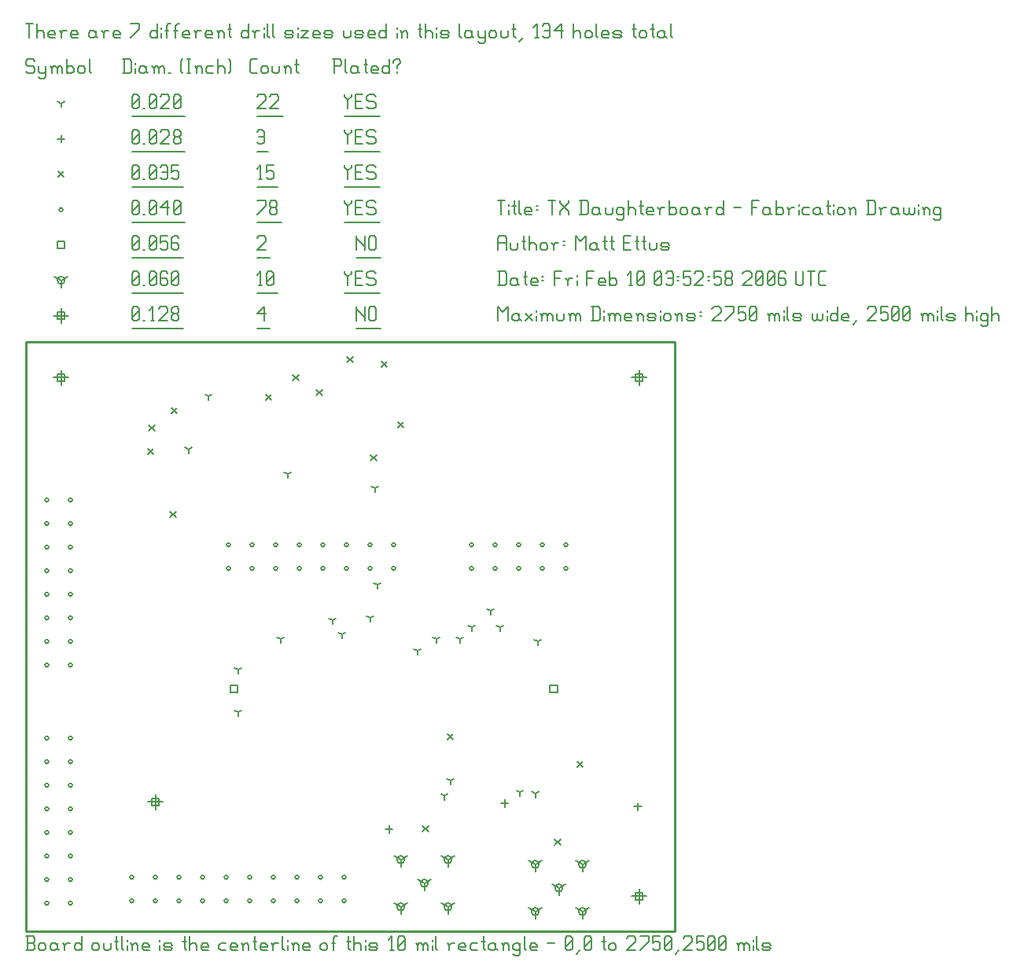
<source format=gbr>
G04 Title: TX Daughterboard, Fabrication Drawing *
G04 Creator: pcb-bin 1.99q *
G04 CreationDate: Fri Feb 10 03:52:58 2006 UTC *
G04 For: matt *
G04 Format: Gerber/RS-274X *
G04 PCB-Dimensions: 275000 250000 *
G04 PCB-Coordinate-Origin: lower left *
%MOIN*%
%FSLAX24Y24*%
%IPPOS*%
%ADD11C,0.0250*%
%ADD12C,0.0080*%
%ADD13C,0.0100*%
%ADD14R,0.0240X0.0240*%
%ADD15R,0.0440X0.0440*%
%ADD16R,0.0300X0.0300*%
%ADD17C,0.0060*%
%ADD18R,0.0540X0.0540*%
%ADD19R,0.0480X0.0480*%
%ADD20R,0.0680X0.0680*%
%ADD21C,0.0720*%
%ADD22C,0.0920X0.0720*%
%ADD23C,0.0920*%
%ADD24C,0.0240*%
%ADD25C,0.0340*%
%ADD26R,0.0200X0.0200*%
%ADD27R,0.0600X0.0600*%
%ADD28R,0.0660X0.0660*%
%ADD29R,0.0900X0.0900X0.0600X0.0600*%
%ADD30R,0.0900X0.0900*%
%ADD31C,0.0600*%
%ADD32C,0.0660*%
%AMTHERM1*7,0,0,0.0900,0.0600,0.0100,45*%
%ADD33THERM1*%
%ADD34C,0.0900X0.0600*%
%ADD35C,0.0900*%
%ADD36C,0.0200*%
%ADD37C,0.1200X0.0900*%
%ADD38C,0.1200*%
%ADD39C,0.0150*%
%AMTHERM2*7,0,0,0.1200,0.0900,0.0150,45*%
%ADD40THERM2*%
%ADD41C,0.0500*%
%ADD42R,0.0500X0.0500*%
%ADD43C,0.1320*%
%ADD44C,0.1520*%
%ADD45C,0.1520X0.1320*%
%ADD46C,0.0400*%
%ADD47C,0.0600X0.0400*%
%AMTHERM3*7,0,0,0.0600,0.0400,0.0100,45*%
%ADD48THERM3*%
%ADD49C,0.0800*%
%ADD50C,0.0800X0.0600*%
%ADD51C,0.0125*%
%AMTHERM4*7,0,0,0.0800,0.0600,0.0125,45*%
%ADD52THERM4*%
%ADD53C,0.0160*%
%AMTHERM5*7,0,0,0.0800,0.0600,0.0160,45*%
%ADD54THERM5*%
%ADD55C,0.0360*%
%ADD56C,0.0560*%
%ADD57C,0.0560X0.0360*%
%LNGROUP_3*%
%LPD*%
G01X0Y0D02*
G54D12*X1500Y23820D02*Y23180D01*
X1180Y23500D02*X1820D01*
X1340Y23660D02*X1660D01*
X1340D02*Y23340D01*
X1660D01*
Y23660D02*Y23340D01*
X26000Y23820D02*Y23180D01*
X25680Y23500D02*X26320D01*
X25840Y23660D02*X26160D01*
X25840D02*Y23340D01*
X26160D01*
Y23660D02*Y23340D01*
X26000Y1820D02*Y1180D01*
X25680Y1500D02*X26320D01*
X25840Y1660D02*X26160D01*
X25840D02*Y1340D01*
X26160D01*
Y1660D02*Y1340D01*
X5500Y5820D02*Y5180D01*
X5180Y5500D02*X5820D01*
X5340Y5660D02*X5660D01*
X5340D02*Y5340D01*
X5660D01*
Y5660D02*Y5340D01*
X1500Y26445D02*Y25805D01*
X1180Y26125D02*X1820D01*
X1340Y26285D02*X1660D01*
X1340D02*Y25965D01*
X1660D01*
Y26285D02*Y25965D01*
G04 Text: NO *
X14000Y26500D02*Y25900D01*
Y26500D02*Y26425D01*
X14375Y26050D01*
Y26500D02*Y25900D01*
X14555Y26425D02*Y25975D01*
Y26425D02*X14630Y26500D01*
X14780D01*
X14855Y26425D01*
Y25975D01*
X14780Y25900D02*X14855Y25975D01*
X14630Y25900D02*X14780D01*
X14555Y25975D02*X14630Y25900D01*
X14000Y25574D02*X15035D01*
G04 Text: 4 *
X9800Y26200D02*X10100Y26500D01*
X9800Y26200D02*X10175D01*
X10100Y26500D02*Y25900D01*
X9800Y25574D02*X10355D01*
G04 Text: 0.128 *
X4500Y25975D02*X4575Y25900D01*
X4500Y26425D02*Y25975D01*
Y26425D02*X4575Y26500D01*
X4725D01*
X4800Y26425D01*
Y25975D01*
X4725Y25900D02*X4800Y25975D01*
X4575Y25900D02*X4725D01*
X4500Y26050D02*X4800Y26350D01*
X4980Y25900D02*X5055D01*
X5310D02*X5460D01*
X5385Y26500D02*Y25900D01*
X5235Y26350D02*X5385Y26500D01*
X5640Y26425D02*X5715Y26500D01*
X5940D01*
X6015Y26425D01*
Y26275D01*
X5640Y25900D02*X6015Y26275D01*
X5640Y25900D02*X6015D01*
X6195Y25975D02*X6270Y25900D01*
X6195Y26125D02*Y25975D01*
Y26125D02*X6270Y26200D01*
X6420D01*
X6495Y26125D01*
Y25975D01*
X6420Y25900D02*X6495Y25975D01*
X6270Y25900D02*X6420D01*
X6195Y26275D02*X6270Y26200D01*
X6195Y26425D02*Y26275D01*
Y26425D02*X6270Y26500D01*
X6420D01*
X6495Y26425D01*
Y26275D01*
X6420Y26200D02*X6495Y26275D01*
X4500Y25574D02*X6675D01*
X22600Y1850D02*Y1530D01*
Y1850D02*X22877Y2010D01*
X22600Y1850D02*X22322Y2010D01*
X22440Y1850D02*G75*G03X22760Y1850I160J0D01*G01*
G75*G03X22440Y1850I-160J0D01*G01*
X21600Y850D02*Y530D01*
Y850D02*X21877Y1010D01*
X21600Y850D02*X21322Y1010D01*
X21440Y850D02*G75*G03X21760Y850I160J0D01*G01*
G75*G03X21440Y850I-160J0D01*G01*
X21600Y2850D02*Y2530D01*
Y2850D02*X21877Y3010D01*
X21600Y2850D02*X21322Y3010D01*
X21440Y2850D02*G75*G03X21760Y2850I160J0D01*G01*
G75*G03X21440Y2850I-160J0D01*G01*
X23600Y850D02*Y530D01*
Y850D02*X23877Y1010D01*
X23600Y850D02*X23322Y1010D01*
X23440Y850D02*G75*G03X23760Y850I160J0D01*G01*
G75*G03X23440Y850I-160J0D01*G01*
X23600Y2850D02*Y2530D01*
Y2850D02*X23877Y3010D01*
X23600Y2850D02*X23322Y3010D01*
X23440Y2850D02*G75*G03X23760Y2850I160J0D01*G01*
G75*G03X23440Y2850I-160J0D01*G01*
X16900Y2050D02*Y1730D01*
Y2050D02*X17177Y2210D01*
X16900Y2050D02*X16622Y2210D01*
X16740Y2050D02*G75*G03X17060Y2050I160J0D01*G01*
G75*G03X16740Y2050I-160J0D01*G01*
X15900Y1050D02*Y730D01*
Y1050D02*X16177Y1210D01*
X15900Y1050D02*X15622Y1210D01*
X15740Y1050D02*G75*G03X16060Y1050I160J0D01*G01*
G75*G03X15740Y1050I-160J0D01*G01*
X15900Y3050D02*Y2730D01*
Y3050D02*X16177Y3210D01*
X15900Y3050D02*X15622Y3210D01*
X15740Y3050D02*G75*G03X16060Y3050I160J0D01*G01*
G75*G03X15740Y3050I-160J0D01*G01*
X17900Y1050D02*Y730D01*
Y1050D02*X18177Y1210D01*
X17900Y1050D02*X17622Y1210D01*
X17740Y1050D02*G75*G03X18060Y1050I160J0D01*G01*
G75*G03X17740Y1050I-160J0D01*G01*
X17900Y3050D02*Y2730D01*
Y3050D02*X18177Y3210D01*
X17900Y3050D02*X17622Y3210D01*
X17740Y3050D02*G75*G03X18060Y3050I160J0D01*G01*
G75*G03X17740Y3050I-160J0D01*G01*
X1500Y27625D02*Y27305D01*
Y27625D02*X1777Y27785D01*
X1500Y27625D02*X1222Y27785D01*
X1340Y27625D02*G75*G03X1660Y27625I160J0D01*G01*
G75*G03X1340Y27625I-160J0D01*G01*
G04 Text: YES *
X13500Y28000D02*Y27925D01*
X13650Y27775D01*
X13800Y27925D01*
Y28000D02*Y27925D01*
X13650Y27775D02*Y27400D01*
X13980Y27700D02*X14205D01*
X13980Y27400D02*X14280D01*
X13980Y28000D02*Y27400D01*
Y28000D02*X14280D01*
X14760D02*X14835Y27925D01*
X14535Y28000D02*X14760D01*
X14460Y27925D02*X14535Y28000D01*
X14460Y27925D02*Y27775D01*
X14535Y27700D01*
X14760D01*
X14835Y27625D01*
Y27475D01*
X14760Y27400D02*X14835Y27475D01*
X14535Y27400D02*X14760D01*
X14460Y27475D02*X14535Y27400D01*
X13500Y27074D02*X15015D01*
G04 Text: 10 *
X9875Y27400D02*X10025D01*
X9950Y28000D02*Y27400D01*
X9800Y27850D02*X9950Y28000D01*
X10205Y27475D02*X10280Y27400D01*
X10205Y27925D02*Y27475D01*
Y27925D02*X10280Y28000D01*
X10430D01*
X10505Y27925D01*
Y27475D01*
X10430Y27400D02*X10505Y27475D01*
X10280Y27400D02*X10430D01*
X10205Y27550D02*X10505Y27850D01*
X9800Y27074D02*X10685D01*
G04 Text: 0.060 *
X4500Y27475D02*X4575Y27400D01*
X4500Y27925D02*Y27475D01*
Y27925D02*X4575Y28000D01*
X4725D01*
X4800Y27925D01*
Y27475D01*
X4725Y27400D02*X4800Y27475D01*
X4575Y27400D02*X4725D01*
X4500Y27550D02*X4800Y27850D01*
X4980Y27400D02*X5055D01*
X5235Y27475D02*X5310Y27400D01*
X5235Y27925D02*Y27475D01*
Y27925D02*X5310Y28000D01*
X5460D01*
X5535Y27925D01*
Y27475D01*
X5460Y27400D02*X5535Y27475D01*
X5310Y27400D02*X5460D01*
X5235Y27550D02*X5535Y27850D01*
X5940Y28000D02*X6015Y27925D01*
X5790Y28000D02*X5940D01*
X5715Y27925D02*X5790Y28000D01*
X5715Y27925D02*Y27475D01*
X5790Y27400D01*
X5940Y27700D02*X6015Y27625D01*
X5715Y27700D02*X5940D01*
X5790Y27400D02*X5940D01*
X6015Y27475D01*
Y27625D02*Y27475D01*
X6195D02*X6270Y27400D01*
X6195Y27925D02*Y27475D01*
Y27925D02*X6270Y28000D01*
X6420D01*
X6495Y27925D01*
Y27475D01*
X6420Y27400D02*X6495Y27475D01*
X6270Y27400D02*X6420D01*
X6195Y27550D02*X6495Y27850D01*
X4500Y27074D02*X6675D01*
X8670Y10460D02*X8990D01*
X8670D02*Y10140D01*
X8990D01*
Y10460D02*Y10140D01*
X22213Y10460D02*X22533D01*
X22213D02*Y10140D01*
X22533D01*
Y10460D02*Y10140D01*
X1340Y29285D02*X1660D01*
X1340D02*Y28965D01*
X1660D01*
Y29285D02*Y28965D01*
G04 Text: NO *
X14000Y29500D02*Y28900D01*
Y29500D02*Y29425D01*
X14375Y29050D01*
Y29500D02*Y28900D01*
X14555Y29425D02*Y28975D01*
Y29425D02*X14630Y29500D01*
X14780D01*
X14855Y29425D01*
Y28975D01*
X14780Y28900D02*X14855Y28975D01*
X14630Y28900D02*X14780D01*
X14555Y28975D02*X14630Y28900D01*
X14000Y28574D02*X15035D01*
G04 Text: 2 *
X9800Y29425D02*X9875Y29500D01*
X10100D01*
X10175Y29425D01*
Y29275D01*
X9800Y28900D02*X10175Y29275D01*
X9800Y28900D02*X10175D01*
X9800Y28574D02*X10355D01*
G04 Text: 0.056 *
X4500Y28975D02*X4575Y28900D01*
X4500Y29425D02*Y28975D01*
Y29425D02*X4575Y29500D01*
X4725D01*
X4800Y29425D01*
Y28975D01*
X4725Y28900D02*X4800Y28975D01*
X4575Y28900D02*X4725D01*
X4500Y29050D02*X4800Y29350D01*
X4980Y28900D02*X5055D01*
X5235Y28975D02*X5310Y28900D01*
X5235Y29425D02*Y28975D01*
Y29425D02*X5310Y29500D01*
X5460D01*
X5535Y29425D01*
Y28975D01*
X5460Y28900D02*X5535Y28975D01*
X5310Y28900D02*X5460D01*
X5235Y29050D02*X5535Y29350D01*
X5715Y29500D02*X6015D01*
X5715D02*Y29200D01*
X5790Y29275D01*
X5940D01*
X6015Y29200D01*
Y28975D01*
X5940Y28900D02*X6015Y28975D01*
X5790Y28900D02*X5940D01*
X5715Y28975D02*X5790Y28900D01*
X6420Y29500D02*X6495Y29425D01*
X6270Y29500D02*X6420D01*
X6195Y29425D02*X6270Y29500D01*
X6195Y29425D02*Y28975D01*
X6270Y28900D01*
X6420Y29200D02*X6495Y29125D01*
X6195Y29200D02*X6420D01*
X6270Y28900D02*X6420D01*
X6495Y28975D01*
Y29125D02*Y28975D01*
X4500Y28574D02*X6675D01*
X1820Y1200D02*G75*G03X1980Y1200I80J0D01*G01*
G75*G03X1820Y1200I-80J0D01*G01*
X820D02*G75*G03X980Y1200I80J0D01*G01*
G75*G03X820Y1200I-80J0D01*G01*
X1820Y2200D02*G75*G03X1980Y2200I80J0D01*G01*
G75*G03X1820Y2200I-80J0D01*G01*
X820D02*G75*G03X980Y2200I80J0D01*G01*
G75*G03X820Y2200I-80J0D01*G01*
X1820Y3200D02*G75*G03X1980Y3200I80J0D01*G01*
G75*G03X1820Y3200I-80J0D01*G01*
X820D02*G75*G03X980Y3200I80J0D01*G01*
G75*G03X820Y3200I-80J0D01*G01*
X1820Y4200D02*G75*G03X1980Y4200I80J0D01*G01*
G75*G03X1820Y4200I-80J0D01*G01*
X820D02*G75*G03X980Y4200I80J0D01*G01*
G75*G03X820Y4200I-80J0D01*G01*
X1820Y5200D02*G75*G03X1980Y5200I80J0D01*G01*
G75*G03X1820Y5200I-80J0D01*G01*
X820D02*G75*G03X980Y5200I80J0D01*G01*
G75*G03X820Y5200I-80J0D01*G01*
X1820Y6200D02*G75*G03X1980Y6200I80J0D01*G01*
G75*G03X1820Y6200I-80J0D01*G01*
X820D02*G75*G03X980Y6200I80J0D01*G01*
G75*G03X820Y6200I-80J0D01*G01*
X1820Y7200D02*G75*G03X1980Y7200I80J0D01*G01*
G75*G03X1820Y7200I-80J0D01*G01*
X820D02*G75*G03X980Y7200I80J0D01*G01*
G75*G03X820Y7200I-80J0D01*G01*
X1820Y8200D02*G75*G03X1980Y8200I80J0D01*G01*
G75*G03X1820Y8200I-80J0D01*G01*
X820D02*G75*G03X980Y8200I80J0D01*G01*
G75*G03X820Y8200I-80J0D01*G01*
X4420Y1300D02*G75*G03X4580Y1300I80J0D01*G01*
G75*G03X4420Y1300I-80J0D01*G01*
Y2300D02*G75*G03X4580Y2300I80J0D01*G01*
G75*G03X4420Y2300I-80J0D01*G01*
X5420Y1300D02*G75*G03X5580Y1300I80J0D01*G01*
G75*G03X5420Y1300I-80J0D01*G01*
Y2300D02*G75*G03X5580Y2300I80J0D01*G01*
G75*G03X5420Y2300I-80J0D01*G01*
X6420Y1300D02*G75*G03X6580Y1300I80J0D01*G01*
G75*G03X6420Y1300I-80J0D01*G01*
Y2300D02*G75*G03X6580Y2300I80J0D01*G01*
G75*G03X6420Y2300I-80J0D01*G01*
X7420Y1300D02*G75*G03X7580Y1300I80J0D01*G01*
G75*G03X7420Y1300I-80J0D01*G01*
Y2300D02*G75*G03X7580Y2300I80J0D01*G01*
G75*G03X7420Y2300I-80J0D01*G01*
X8420Y1300D02*G75*G03X8580Y1300I80J0D01*G01*
G75*G03X8420Y1300I-80J0D01*G01*
Y2300D02*G75*G03X8580Y2300I80J0D01*G01*
G75*G03X8420Y2300I-80J0D01*G01*
X9420Y1300D02*G75*G03X9580Y1300I80J0D01*G01*
G75*G03X9420Y1300I-80J0D01*G01*
Y2300D02*G75*G03X9580Y2300I80J0D01*G01*
G75*G03X9420Y2300I-80J0D01*G01*
X10420Y1300D02*G75*G03X10580Y1300I80J0D01*G01*
G75*G03X10420Y1300I-80J0D01*G01*
Y2300D02*G75*G03X10580Y2300I80J0D01*G01*
G75*G03X10420Y2300I-80J0D01*G01*
X11420Y1300D02*G75*G03X11580Y1300I80J0D01*G01*
G75*G03X11420Y1300I-80J0D01*G01*
Y2300D02*G75*G03X11580Y2300I80J0D01*G01*
G75*G03X11420Y2300I-80J0D01*G01*
X12420Y1300D02*G75*G03X12580Y1300I80J0D01*G01*
G75*G03X12420Y1300I-80J0D01*G01*
Y2300D02*G75*G03X12580Y2300I80J0D01*G01*
G75*G03X12420Y2300I-80J0D01*G01*
X13420Y1300D02*G75*G03X13580Y1300I80J0D01*G01*
G75*G03X13420Y1300I-80J0D01*G01*
Y2300D02*G75*G03X13580Y2300I80J0D01*G01*
G75*G03X13420Y2300I-80J0D01*G01*
X18820Y15400D02*G75*G03X18980Y15400I80J0D01*G01*
G75*G03X18820Y15400I-80J0D01*G01*
Y16400D02*G75*G03X18980Y16400I80J0D01*G01*
G75*G03X18820Y16400I-80J0D01*G01*
X19820Y15400D02*G75*G03X19980Y15400I80J0D01*G01*
G75*G03X19820Y15400I-80J0D01*G01*
Y16400D02*G75*G03X19980Y16400I80J0D01*G01*
G75*G03X19820Y16400I-80J0D01*G01*
X20820Y15400D02*G75*G03X20980Y15400I80J0D01*G01*
G75*G03X20820Y15400I-80J0D01*G01*
Y16400D02*G75*G03X20980Y16400I80J0D01*G01*
G75*G03X20820Y16400I-80J0D01*G01*
X21820Y15400D02*G75*G03X21980Y15400I80J0D01*G01*
G75*G03X21820Y15400I-80J0D01*G01*
Y16400D02*G75*G03X21980Y16400I80J0D01*G01*
G75*G03X21820Y16400I-80J0D01*G01*
X22820Y15400D02*G75*G03X22980Y15400I80J0D01*G01*
G75*G03X22820Y15400I-80J0D01*G01*
Y16400D02*G75*G03X22980Y16400I80J0D01*G01*
G75*G03X22820Y16400I-80J0D01*G01*
X8520Y15400D02*G75*G03X8680Y15400I80J0D01*G01*
G75*G03X8520Y15400I-80J0D01*G01*
Y16400D02*G75*G03X8680Y16400I80J0D01*G01*
G75*G03X8520Y16400I-80J0D01*G01*
X9520Y15400D02*G75*G03X9680Y15400I80J0D01*G01*
G75*G03X9520Y15400I-80J0D01*G01*
Y16400D02*G75*G03X9680Y16400I80J0D01*G01*
G75*G03X9520Y16400I-80J0D01*G01*
X10520Y15400D02*G75*G03X10680Y15400I80J0D01*G01*
G75*G03X10520Y15400I-80J0D01*G01*
Y16400D02*G75*G03X10680Y16400I80J0D01*G01*
G75*G03X10520Y16400I-80J0D01*G01*
X11520Y15400D02*G75*G03X11680Y15400I80J0D01*G01*
G75*G03X11520Y15400I-80J0D01*G01*
Y16400D02*G75*G03X11680Y16400I80J0D01*G01*
G75*G03X11520Y16400I-80J0D01*G01*
X12520Y15400D02*G75*G03X12680Y15400I80J0D01*G01*
G75*G03X12520Y15400I-80J0D01*G01*
Y16400D02*G75*G03X12680Y16400I80J0D01*G01*
G75*G03X12520Y16400I-80J0D01*G01*
X13520Y15400D02*G75*G03X13680Y15400I80J0D01*G01*
G75*G03X13520Y15400I-80J0D01*G01*
Y16400D02*G75*G03X13680Y16400I80J0D01*G01*
G75*G03X13520Y16400I-80J0D01*G01*
X14520Y15400D02*G75*G03X14680Y15400I80J0D01*G01*
G75*G03X14520Y15400I-80J0D01*G01*
Y16400D02*G75*G03X14680Y16400I80J0D01*G01*
G75*G03X14520Y16400I-80J0D01*G01*
X15520Y15400D02*G75*G03X15680Y15400I80J0D01*G01*
G75*G03X15520Y15400I-80J0D01*G01*
Y16400D02*G75*G03X15680Y16400I80J0D01*G01*
G75*G03X15520Y16400I-80J0D01*G01*
X1820Y11300D02*G75*G03X1980Y11300I80J0D01*G01*
G75*G03X1820Y11300I-80J0D01*G01*
X820D02*G75*G03X980Y11300I80J0D01*G01*
G75*G03X820Y11300I-80J0D01*G01*
X1820Y12300D02*G75*G03X1980Y12300I80J0D01*G01*
G75*G03X1820Y12300I-80J0D01*G01*
X820D02*G75*G03X980Y12300I80J0D01*G01*
G75*G03X820Y12300I-80J0D01*G01*
X1820Y13300D02*G75*G03X1980Y13300I80J0D01*G01*
G75*G03X1820Y13300I-80J0D01*G01*
X820D02*G75*G03X980Y13300I80J0D01*G01*
G75*G03X820Y13300I-80J0D01*G01*
X1820Y14300D02*G75*G03X1980Y14300I80J0D01*G01*
G75*G03X1820Y14300I-80J0D01*G01*
X820D02*G75*G03X980Y14300I80J0D01*G01*
G75*G03X820Y14300I-80J0D01*G01*
X1820Y15300D02*G75*G03X1980Y15300I80J0D01*G01*
G75*G03X1820Y15300I-80J0D01*G01*
X820D02*G75*G03X980Y15300I80J0D01*G01*
G75*G03X820Y15300I-80J0D01*G01*
X1820Y16300D02*G75*G03X1980Y16300I80J0D01*G01*
G75*G03X1820Y16300I-80J0D01*G01*
X820D02*G75*G03X980Y16300I80J0D01*G01*
G75*G03X820Y16300I-80J0D01*G01*
X1820Y17300D02*G75*G03X1980Y17300I80J0D01*G01*
G75*G03X1820Y17300I-80J0D01*G01*
X820D02*G75*G03X980Y17300I80J0D01*G01*
G75*G03X820Y17300I-80J0D01*G01*
X1820Y18300D02*G75*G03X1980Y18300I80J0D01*G01*
G75*G03X1820Y18300I-80J0D01*G01*
X820D02*G75*G03X980Y18300I80J0D01*G01*
G75*G03X820Y18300I-80J0D01*G01*
X1420Y30625D02*G75*G03X1580Y30625I80J0D01*G01*
G75*G03X1420Y30625I-80J0D01*G01*
G04 Text: YES *
X13500Y31000D02*Y30925D01*
X13650Y30775D01*
X13800Y30925D01*
Y31000D02*Y30925D01*
X13650Y30775D02*Y30400D01*
X13980Y30700D02*X14205D01*
X13980Y30400D02*X14280D01*
X13980Y31000D02*Y30400D01*
Y31000D02*X14280D01*
X14760D02*X14835Y30925D01*
X14535Y31000D02*X14760D01*
X14460Y30925D02*X14535Y31000D01*
X14460Y30925D02*Y30775D01*
X14535Y30700D01*
X14760D01*
X14835Y30625D01*
Y30475D01*
X14760Y30400D02*X14835Y30475D01*
X14535Y30400D02*X14760D01*
X14460Y30475D02*X14535Y30400D01*
X13500Y30074D02*X15015D01*
G04 Text: 78 *
X9800Y30400D02*X10175Y30775D01*
Y31000D02*Y30775D01*
X9800Y31000D02*X10175D01*
X10355Y30475D02*X10430Y30400D01*
X10355Y30625D02*Y30475D01*
Y30625D02*X10430Y30700D01*
X10580D01*
X10655Y30625D01*
Y30475D01*
X10580Y30400D02*X10655Y30475D01*
X10430Y30400D02*X10580D01*
X10355Y30775D02*X10430Y30700D01*
X10355Y30925D02*Y30775D01*
Y30925D02*X10430Y31000D01*
X10580D01*
X10655Y30925D01*
Y30775D01*
X10580Y30700D02*X10655Y30775D01*
X9800Y30074D02*X10835D01*
G04 Text: 0.040 *
X4500Y30475D02*X4575Y30400D01*
X4500Y30925D02*Y30475D01*
Y30925D02*X4575Y31000D01*
X4725D01*
X4800Y30925D01*
Y30475D01*
X4725Y30400D02*X4800Y30475D01*
X4575Y30400D02*X4725D01*
X4500Y30550D02*X4800Y30850D01*
X4980Y30400D02*X5055D01*
X5235Y30475D02*X5310Y30400D01*
X5235Y30925D02*Y30475D01*
Y30925D02*X5310Y31000D01*
X5460D01*
X5535Y30925D01*
Y30475D01*
X5460Y30400D02*X5535Y30475D01*
X5310Y30400D02*X5460D01*
X5235Y30550D02*X5535Y30850D01*
X5715Y30700D02*X6015Y31000D01*
X5715Y30700D02*X6090D01*
X6015Y31000D02*Y30400D01*
X6270Y30475D02*X6345Y30400D01*
X6270Y30925D02*Y30475D01*
Y30925D02*X6345Y31000D01*
X6495D01*
X6570Y30925D01*
Y30475D01*
X6495Y30400D02*X6570Y30475D01*
X6345Y30400D02*X6495D01*
X6270Y30550D02*X6570Y30850D01*
X4500Y30074D02*X6750D01*
X6130Y17820D02*X6370Y17580D01*
X6130D02*X6370Y17820D01*
X5180Y20470D02*X5420Y20230D01*
X5180D02*X5420Y20470D01*
X5230Y21470D02*X5470Y21230D01*
X5230D02*X5470Y21470D01*
X6180Y22220D02*X6420Y21980D01*
X6180D02*X6420Y22220D01*
X10180Y22770D02*X10420Y22530D01*
X10180D02*X10420Y22770D01*
X11330Y23620D02*X11570Y23380D01*
X11330D02*X11570Y23620D01*
X12330Y22970D02*X12570Y22730D01*
X12330D02*X12570Y22970D01*
X15080Y24170D02*X15320Y23930D01*
X15080D02*X15320Y24170D01*
X15780Y21620D02*X16020Y21380D01*
X15780D02*X16020Y21620D01*
X14630Y20220D02*X14870Y19980D01*
X14630D02*X14870Y20220D01*
X16830Y4470D02*X17070Y4230D01*
X16830D02*X17070Y4470D01*
X13630Y24370D02*X13870Y24130D01*
X13630D02*X13870Y24370D01*
X17880Y8370D02*X18120Y8130D01*
X17880D02*X18120Y8370D01*
X23380Y7220D02*X23620Y6980D01*
X23380D02*X23620Y7220D01*
X22430Y3920D02*X22670Y3680D01*
X22430D02*X22670Y3920D01*
X1380Y32245D02*X1620Y32005D01*
X1380D02*X1620Y32245D01*
G04 Text: YES *
X13500Y32500D02*Y32425D01*
X13650Y32275D01*
X13800Y32425D01*
Y32500D02*Y32425D01*
X13650Y32275D02*Y31900D01*
X13980Y32200D02*X14205D01*
X13980Y31900D02*X14280D01*
X13980Y32500D02*Y31900D01*
Y32500D02*X14280D01*
X14760D02*X14835Y32425D01*
X14535Y32500D02*X14760D01*
X14460Y32425D02*X14535Y32500D01*
X14460Y32425D02*Y32275D01*
X14535Y32200D01*
X14760D01*
X14835Y32125D01*
Y31975D01*
X14760Y31900D02*X14835Y31975D01*
X14535Y31900D02*X14760D01*
X14460Y31975D02*X14535Y31900D01*
X13500Y31574D02*X15015D01*
G04 Text: 15 *
X9875Y31900D02*X10025D01*
X9950Y32500D02*Y31900D01*
X9800Y32350D02*X9950Y32500D01*
X10205D02*X10505D01*
X10205D02*Y32200D01*
X10280Y32275D01*
X10430D01*
X10505Y32200D01*
Y31975D01*
X10430Y31900D02*X10505Y31975D01*
X10280Y31900D02*X10430D01*
X10205Y31975D02*X10280Y31900D01*
X9800Y31574D02*X10685D01*
G04 Text: 0.035 *
X4500Y31975D02*X4575Y31900D01*
X4500Y32425D02*Y31975D01*
Y32425D02*X4575Y32500D01*
X4725D01*
X4800Y32425D01*
Y31975D01*
X4725Y31900D02*X4800Y31975D01*
X4575Y31900D02*X4725D01*
X4500Y32050D02*X4800Y32350D01*
X4980Y31900D02*X5055D01*
X5235Y31975D02*X5310Y31900D01*
X5235Y32425D02*Y31975D01*
Y32425D02*X5310Y32500D01*
X5460D01*
X5535Y32425D01*
Y31975D01*
X5460Y31900D02*X5535Y31975D01*
X5310Y31900D02*X5460D01*
X5235Y32050D02*X5535Y32350D01*
X5715Y32425D02*X5790Y32500D01*
X5940D01*
X6015Y32425D01*
Y31975D01*
X5940Y31900D02*X6015Y31975D01*
X5790Y31900D02*X5940D01*
X5715Y31975D02*X5790Y31900D01*
Y32200D02*X6015D01*
X6195Y32500D02*X6495D01*
X6195D02*Y32200D01*
X6270Y32275D01*
X6420D01*
X6495Y32200D01*
Y31975D01*
X6420Y31900D02*X6495Y31975D01*
X6270Y31900D02*X6420D01*
X6195Y31975D02*X6270Y31900D01*
X4500Y31574D02*X6675D01*
X25950Y5460D02*Y5140D01*
X25790Y5300D02*X26110D01*
X15400Y4510D02*Y4190D01*
X15240Y4350D02*X15560D01*
X20300Y5610D02*Y5290D01*
X20140Y5450D02*X20460D01*
X1500Y33785D02*Y33465D01*
X1340Y33625D02*X1660D01*
G04 Text: YES *
X13500Y34000D02*Y33925D01*
X13650Y33775D01*
X13800Y33925D01*
Y34000D02*Y33925D01*
X13650Y33775D02*Y33400D01*
X13980Y33700D02*X14205D01*
X13980Y33400D02*X14280D01*
X13980Y34000D02*Y33400D01*
Y34000D02*X14280D01*
X14760D02*X14835Y33925D01*
X14535Y34000D02*X14760D01*
X14460Y33925D02*X14535Y34000D01*
X14460Y33925D02*Y33775D01*
X14535Y33700D01*
X14760D01*
X14835Y33625D01*
Y33475D01*
X14760Y33400D02*X14835Y33475D01*
X14535Y33400D02*X14760D01*
X14460Y33475D02*X14535Y33400D01*
X13500Y33074D02*X15015D01*
G04 Text: 3 *
X9800Y33925D02*X9875Y34000D01*
X10025D01*
X10100Y33925D01*
Y33475D01*
X10025Y33400D02*X10100Y33475D01*
X9875Y33400D02*X10025D01*
X9800Y33475D02*X9875Y33400D01*
Y33700D02*X10100D01*
X9800Y33074D02*X10280D01*
G04 Text: 0.028 *
X4500Y33475D02*X4575Y33400D01*
X4500Y33925D02*Y33475D01*
Y33925D02*X4575Y34000D01*
X4725D01*
X4800Y33925D01*
Y33475D01*
X4725Y33400D02*X4800Y33475D01*
X4575Y33400D02*X4725D01*
X4500Y33550D02*X4800Y33850D01*
X4980Y33400D02*X5055D01*
X5235Y33475D02*X5310Y33400D01*
X5235Y33925D02*Y33475D01*
Y33925D02*X5310Y34000D01*
X5460D01*
X5535Y33925D01*
Y33475D01*
X5460Y33400D02*X5535Y33475D01*
X5310Y33400D02*X5460D01*
X5235Y33550D02*X5535Y33850D01*
X5715Y33925D02*X5790Y34000D01*
X6015D01*
X6090Y33925D01*
Y33775D01*
X5715Y33400D02*X6090Y33775D01*
X5715Y33400D02*X6090D01*
X6270Y33475D02*X6345Y33400D01*
X6270Y33625D02*Y33475D01*
Y33625D02*X6345Y33700D01*
X6495D01*
X6570Y33625D01*
Y33475D01*
X6495Y33400D02*X6570Y33475D01*
X6345Y33400D02*X6495D01*
X6270Y33775D02*X6345Y33700D01*
X6270Y33925D02*Y33775D01*
Y33925D02*X6345Y34000D01*
X6495D01*
X6570Y33925D01*
Y33775D01*
X6495Y33700D02*X6570Y33775D01*
X4500Y33074D02*X6750D01*
X11100Y19400D02*Y19240D01*
Y19400D02*X11238Y19480D01*
X11100Y19400D02*X10961Y19480D01*
X16600Y11900D02*Y11740D01*
Y11900D02*X16738Y11980D01*
X16600Y11900D02*X16461Y11980D01*
X18900Y12900D02*Y12740D01*
Y12900D02*X19038Y12980D01*
X18900Y12900D02*X18761Y12980D01*
X20100Y12900D02*Y12740D01*
Y12900D02*X20238Y12980D01*
X20100Y12900D02*X19961Y12980D01*
X19700Y13600D02*Y13440D01*
Y13600D02*X19838Y13680D01*
X19700Y13600D02*X19561Y13680D01*
X14900Y14700D02*Y14540D01*
Y14700D02*X15038Y14780D01*
X14900Y14700D02*X14761Y14780D01*
X14600Y13300D02*Y13140D01*
Y13300D02*X14738Y13380D01*
X14600Y13300D02*X14461Y13380D01*
X13000Y13200D02*Y13040D01*
Y13200D02*X13138Y13280D01*
X13000Y13200D02*X12861Y13280D01*
X13400Y12600D02*Y12440D01*
Y12600D02*X13538Y12680D01*
X13400Y12600D02*X13261Y12680D01*
X10800Y12400D02*Y12240D01*
Y12400D02*X10938Y12480D01*
X10800Y12400D02*X10661Y12480D01*
X9000Y9300D02*Y9140D01*
Y9300D02*X9138Y9380D01*
X9000Y9300D02*X8861Y9380D01*
X18400Y12400D02*Y12240D01*
Y12400D02*X18538Y12480D01*
X18400Y12400D02*X18261Y12480D01*
X17400Y12400D02*Y12240D01*
Y12400D02*X17538Y12480D01*
X17400Y12400D02*X17261Y12480D01*
X14800Y18800D02*Y18640D01*
Y18800D02*X14938Y18880D01*
X14800Y18800D02*X14661Y18880D01*
X9000Y11100D02*Y10940D01*
Y11100D02*X9138Y11180D01*
X9000Y11100D02*X8861Y11180D01*
X6900Y20450D02*Y20290D01*
Y20450D02*X7038Y20530D01*
X6900Y20450D02*X6761Y20530D01*
X7750Y22700D02*Y22540D01*
Y22700D02*X7888Y22780D01*
X7750Y22700D02*X7611Y22780D01*
X21700Y12300D02*Y12140D01*
Y12300D02*X21838Y12380D01*
X21700Y12300D02*X21561Y12380D01*
X20950Y5900D02*Y5740D01*
Y5900D02*X21088Y5980D01*
X20950Y5900D02*X20811Y5980D01*
X21600Y5850D02*Y5690D01*
Y5850D02*X21738Y5930D01*
X21600Y5850D02*X21461Y5930D01*
X18000Y6400D02*Y6240D01*
Y6400D02*X18138Y6480D01*
X18000Y6400D02*X17861Y6480D01*
X17750Y5750D02*Y5590D01*
Y5750D02*X17888Y5830D01*
X17750Y5750D02*X17611Y5830D01*
X1500Y35125D02*Y34965D01*
Y35125D02*X1638Y35205D01*
X1500Y35125D02*X1361Y35205D01*
G04 Text: YES *
X13500Y35500D02*Y35425D01*
X13650Y35275D01*
X13800Y35425D01*
Y35500D02*Y35425D01*
X13650Y35275D02*Y34900D01*
X13980Y35200D02*X14205D01*
X13980Y34900D02*X14280D01*
X13980Y35500D02*Y34900D01*
Y35500D02*X14280D01*
X14760D02*X14835Y35425D01*
X14535Y35500D02*X14760D01*
X14460Y35425D02*X14535Y35500D01*
X14460Y35425D02*Y35275D01*
X14535Y35200D01*
X14760D01*
X14835Y35125D01*
Y34975D01*
X14760Y34900D02*X14835Y34975D01*
X14535Y34900D02*X14760D01*
X14460Y34975D02*X14535Y34900D01*
X13500Y34574D02*X15015D01*
G04 Text: 22 *
X9800Y35425D02*X9875Y35500D01*
X10100D01*
X10175Y35425D01*
Y35275D01*
X9800Y34900D02*X10175Y35275D01*
X9800Y34900D02*X10175D01*
X10355Y35425D02*X10430Y35500D01*
X10655D01*
X10730Y35425D01*
Y35275D01*
X10355Y34900D02*X10730Y35275D01*
X10355Y34900D02*X10730D01*
X9800Y34574D02*X10910D01*
G04 Text: 0.020 *
X4500Y34975D02*X4575Y34900D01*
X4500Y35425D02*Y34975D01*
Y35425D02*X4575Y35500D01*
X4725D01*
X4800Y35425D01*
Y34975D01*
X4725Y34900D02*X4800Y34975D01*
X4575Y34900D02*X4725D01*
X4500Y35050D02*X4800Y35350D01*
X4980Y34900D02*X5055D01*
X5235Y34975D02*X5310Y34900D01*
X5235Y35425D02*Y34975D01*
Y35425D02*X5310Y35500D01*
X5460D01*
X5535Y35425D01*
Y34975D01*
X5460Y34900D02*X5535Y34975D01*
X5310Y34900D02*X5460D01*
X5235Y35050D02*X5535Y35350D01*
X5715Y35425D02*X5790Y35500D01*
X6015D01*
X6090Y35425D01*
Y35275D01*
X5715Y34900D02*X6090Y35275D01*
X5715Y34900D02*X6090D01*
X6270Y34975D02*X6345Y34900D01*
X6270Y35425D02*Y34975D01*
Y35425D02*X6345Y35500D01*
X6495D01*
X6570Y35425D01*
Y34975D01*
X6495Y34900D02*X6570Y34975D01*
X6345Y34900D02*X6495D01*
X6270Y35050D02*X6570Y35350D01*
X4500Y34574D02*X6750D01*
G04 Text: Symbol *
X300Y37000D02*X375Y36925D01*
X75Y37000D02*X300D01*
X0Y36925D02*X75Y37000D01*
X0Y36925D02*Y36775D01*
X75Y36700D01*
X300D01*
X375Y36625D01*
Y36475D01*
X300Y36400D02*X375Y36475D01*
X75Y36400D02*X300D01*
X0Y36475D02*X75Y36400D01*
X555Y36700D02*Y36475D01*
X630Y36400D01*
X855Y36700D02*Y36250D01*
X780Y36175D02*X855Y36250D01*
X630Y36175D02*X780D01*
X555Y36250D02*X630Y36175D01*
Y36400D02*X780D01*
X855Y36475D01*
X1110Y36625D02*Y36400D01*
Y36625D02*X1185Y36700D01*
X1260D01*
X1335Y36625D01*
Y36400D01*
Y36625D02*X1410Y36700D01*
X1485D01*
X1560Y36625D01*
Y36400D01*
X1035Y36700D02*X1110Y36625D01*
X1740Y37000D02*Y36400D01*
Y36475D02*X1815Y36400D01*
X1965D01*
X2040Y36475D01*
Y36625D02*Y36475D01*
X1965Y36700D02*X2040Y36625D01*
X1815Y36700D02*X1965D01*
X1740Y36625D02*X1815Y36700D01*
X2220Y36625D02*Y36475D01*
Y36625D02*X2295Y36700D01*
X2445D01*
X2520Y36625D01*
Y36475D01*
X2445Y36400D02*X2520Y36475D01*
X2295Y36400D02*X2445D01*
X2220Y36475D02*X2295Y36400D01*
X2700Y37000D02*Y36475D01*
X2775Y36400D01*
G04 Text: Diam. (Inch) *
X4175Y37000D02*Y36400D01*
X4400Y37000D02*X4475Y36925D01*
Y36475D01*
X4400Y36400D02*X4475Y36475D01*
X4100Y36400D02*X4400D01*
X4100Y37000D02*X4400D01*
X4655Y36850D02*Y36775D01*
Y36625D02*Y36400D01*
X5030Y36700D02*X5105Y36625D01*
X4880Y36700D02*X5030D01*
X4805Y36625D02*X4880Y36700D01*
X4805Y36625D02*Y36475D01*
X4880Y36400D01*
X5105Y36700D02*Y36475D01*
X5180Y36400D01*
X4880D02*X5030D01*
X5105Y36475D01*
X5435Y36625D02*Y36400D01*
Y36625D02*X5510Y36700D01*
X5585D01*
X5660Y36625D01*
Y36400D01*
Y36625D02*X5735Y36700D01*
X5810D01*
X5885Y36625D01*
Y36400D01*
X5360Y36700D02*X5435Y36625D01*
X6065Y36400D02*X6140D01*
X6590Y36475D02*X6665Y36400D01*
X6590Y36925D02*X6665Y37000D01*
X6590Y36925D02*Y36475D01*
X6845Y37000D02*X6995D01*
X6920D02*Y36400D01*
X6845D02*X6995D01*
X7251Y36625D02*Y36400D01*
Y36625D02*X7326Y36700D01*
X7401D01*
X7476Y36625D01*
Y36400D01*
X7176Y36700D02*X7251Y36625D01*
X7731Y36700D02*X7956D01*
X7656Y36625D02*X7731Y36700D01*
X7656Y36625D02*Y36475D01*
X7731Y36400D01*
X7956D01*
X8136Y37000D02*Y36400D01*
Y36625D02*X8211Y36700D01*
X8361D01*
X8436Y36625D01*
Y36400D01*
X8616Y37000D02*X8691Y36925D01*
Y36475D01*
X8616Y36400D02*X8691Y36475D01*
G04 Text: Count *
X9575Y36400D02*X9800D01*
X9500Y36475D02*X9575Y36400D01*
X9500Y36925D02*Y36475D01*
Y36925D02*X9575Y37000D01*
X9800D01*
X9980Y36625D02*Y36475D01*
Y36625D02*X10055Y36700D01*
X10205D01*
X10280Y36625D01*
Y36475D01*
X10205Y36400D02*X10280Y36475D01*
X10055Y36400D02*X10205D01*
X9980Y36475D02*X10055Y36400D01*
X10460Y36700D02*Y36475D01*
X10535Y36400D01*
X10685D01*
X10760Y36475D01*
Y36700D02*Y36475D01*
X11015Y36625D02*Y36400D01*
Y36625D02*X11090Y36700D01*
X11165D01*
X11240Y36625D01*
Y36400D01*
X10940Y36700D02*X11015Y36625D01*
X11495Y37000D02*Y36475D01*
X11570Y36400D01*
X11420Y36775D02*X11570D01*
G04 Text: Plated? *
X13075Y37000D02*Y36400D01*
X13000Y37000D02*X13300D01*
X13375Y36925D01*
Y36775D01*
X13300Y36700D02*X13375Y36775D01*
X13075Y36700D02*X13300D01*
X13555Y37000D02*Y36475D01*
X13630Y36400D01*
X14005Y36700D02*X14080Y36625D01*
X13855Y36700D02*X14005D01*
X13780Y36625D02*X13855Y36700D01*
X13780Y36625D02*Y36475D01*
X13855Y36400D01*
X14080Y36700D02*Y36475D01*
X14155Y36400D01*
X13855D02*X14005D01*
X14080Y36475D01*
X14410Y37000D02*Y36475D01*
X14485Y36400D01*
X14335Y36775D02*X14485D01*
X14710Y36400D02*X14935D01*
X14635Y36475D02*X14710Y36400D01*
X14635Y36625D02*Y36475D01*
Y36625D02*X14710Y36700D01*
X14860D01*
X14935Y36625D01*
X14635Y36550D02*X14935D01*
Y36625D02*Y36550D01*
X15415Y37000D02*Y36400D01*
X15340D02*X15415Y36475D01*
X15190Y36400D02*X15340D01*
X15115Y36475D02*X15190Y36400D01*
X15115Y36625D02*Y36475D01*
Y36625D02*X15190Y36700D01*
X15340D01*
X15415Y36625D01*
X15745Y36700D02*Y36625D01*
Y36475D02*Y36400D01*
X15595Y36925D02*Y36850D01*
Y36925D02*X15670Y37000D01*
X15820D01*
X15895Y36925D01*
Y36850D01*
X15745Y36700D02*X15895Y36850D01*
G04 Text: There are 7 different drill sizes used in this layout, 134 holes total *
X0Y38500D02*X300D01*
X150D02*Y37900D01*
X480Y38500D02*Y37900D01*
Y38125D02*X555Y38200D01*
X705D01*
X780Y38125D01*
Y37900D01*
X1035D02*X1260D01*
X960Y37975D02*X1035Y37900D01*
X960Y38125D02*Y37975D01*
Y38125D02*X1035Y38200D01*
X1185D01*
X1260Y38125D01*
X960Y38050D02*X1260D01*
Y38125D02*Y38050D01*
X1515Y38125D02*Y37900D01*
Y38125D02*X1590Y38200D01*
X1740D01*
X1440D02*X1515Y38125D01*
X1995Y37900D02*X2220D01*
X1920Y37975D02*X1995Y37900D01*
X1920Y38125D02*Y37975D01*
Y38125D02*X1995Y38200D01*
X2145D01*
X2220Y38125D01*
X1920Y38050D02*X2220D01*
Y38125D02*Y38050D01*
X2895Y38200D02*X2970Y38125D01*
X2745Y38200D02*X2895D01*
X2670Y38125D02*X2745Y38200D01*
X2670Y38125D02*Y37975D01*
X2745Y37900D01*
X2970Y38200D02*Y37975D01*
X3045Y37900D01*
X2745D02*X2895D01*
X2970Y37975D01*
X3300Y38125D02*Y37900D01*
Y38125D02*X3375Y38200D01*
X3525D01*
X3225D02*X3300Y38125D01*
X3781Y37900D02*X4006D01*
X3706Y37975D02*X3781Y37900D01*
X3706Y38125D02*Y37975D01*
Y38125D02*X3781Y38200D01*
X3931D01*
X4006Y38125D01*
X3706Y38050D02*X4006D01*
Y38125D02*Y38050D01*
X4456Y37900D02*X4831Y38275D01*
Y38500D02*Y38275D01*
X4456Y38500D02*X4831D01*
X5581D02*Y37900D01*
X5506D02*X5581Y37975D01*
X5356Y37900D02*X5506D01*
X5281Y37975D02*X5356Y37900D01*
X5281Y38125D02*Y37975D01*
Y38125D02*X5356Y38200D01*
X5506D01*
X5581Y38125D01*
X5761Y38350D02*Y38275D01*
Y38125D02*Y37900D01*
X5986Y38425D02*Y37900D01*
Y38425D02*X6061Y38500D01*
X6136D01*
X5911Y38200D02*X6061D01*
X6361Y38425D02*Y37900D01*
Y38425D02*X6436Y38500D01*
X6511D01*
X6286Y38200D02*X6436D01*
X6736Y37900D02*X6961D01*
X6661Y37975D02*X6736Y37900D01*
X6661Y38125D02*Y37975D01*
Y38125D02*X6736Y38200D01*
X6886D01*
X6961Y38125D01*
X6661Y38050D02*X6961D01*
Y38125D02*Y38050D01*
X7217Y38125D02*Y37900D01*
Y38125D02*X7292Y38200D01*
X7442D01*
X7142D02*X7217Y38125D01*
X7697Y37900D02*X7922D01*
X7622Y37975D02*X7697Y37900D01*
X7622Y38125D02*Y37975D01*
Y38125D02*X7697Y38200D01*
X7847D01*
X7922Y38125D01*
X7622Y38050D02*X7922D01*
Y38125D02*Y38050D01*
X8177Y38125D02*Y37900D01*
Y38125D02*X8252Y38200D01*
X8327D01*
X8402Y38125D01*
Y37900D01*
X8102Y38200D02*X8177Y38125D01*
X8657Y38500D02*Y37975D01*
X8732Y37900D01*
X8582Y38275D02*X8732D01*
X9452Y38500D02*Y37900D01*
X9377D02*X9452Y37975D01*
X9227Y37900D02*X9377D01*
X9152Y37975D02*X9227Y37900D01*
X9152Y38125D02*Y37975D01*
Y38125D02*X9227Y38200D01*
X9377D01*
X9452Y38125D01*
X9707D02*Y37900D01*
Y38125D02*X9782Y38200D01*
X9932D01*
X9632D02*X9707Y38125D01*
X10113Y38350D02*Y38275D01*
Y38125D02*Y37900D01*
X10263Y38500D02*Y37975D01*
X10338Y37900D01*
X10488Y38500D02*Y37975D01*
X10563Y37900D01*
X11058D02*X11283D01*
X11358Y37975D01*
X11283Y38050D02*X11358Y37975D01*
X11058Y38050D02*X11283D01*
X10983Y38125D02*X11058Y38050D01*
X10983Y38125D02*X11058Y38200D01*
X11283D01*
X11358Y38125D01*
X10983Y37975D02*X11058Y37900D01*
X11538Y38350D02*Y38275D01*
Y38125D02*Y37900D01*
X11688Y38200D02*X11988D01*
X11688Y37900D02*X11988Y38200D01*
X11688Y37900D02*X11988D01*
X12243D02*X12468D01*
X12168Y37975D02*X12243Y37900D01*
X12168Y38125D02*Y37975D01*
Y38125D02*X12243Y38200D01*
X12393D01*
X12468Y38125D01*
X12168Y38050D02*X12468D01*
Y38125D02*Y38050D01*
X12724Y37900D02*X12949D01*
X13024Y37975D01*
X12949Y38050D02*X13024Y37975D01*
X12724Y38050D02*X12949D01*
X12649Y38125D02*X12724Y38050D01*
X12649Y38125D02*X12724Y38200D01*
X12949D01*
X13024Y38125D01*
X12649Y37975D02*X12724Y37900D01*
X13474Y38200D02*Y37975D01*
X13549Y37900D01*
X13699D01*
X13774Y37975D01*
Y38200D02*Y37975D01*
X14029Y37900D02*X14254D01*
X14329Y37975D01*
X14254Y38050D02*X14329Y37975D01*
X14029Y38050D02*X14254D01*
X13954Y38125D02*X14029Y38050D01*
X13954Y38125D02*X14029Y38200D01*
X14254D01*
X14329Y38125D01*
X13954Y37975D02*X14029Y37900D01*
X14584D02*X14809D01*
X14509Y37975D02*X14584Y37900D01*
X14509Y38125D02*Y37975D01*
Y38125D02*X14584Y38200D01*
X14734D01*
X14809Y38125D01*
X14509Y38050D02*X14809D01*
Y38125D02*Y38050D01*
X15289Y38500D02*Y37900D01*
X15214D02*X15289Y37975D01*
X15064Y37900D02*X15214D01*
X14989Y37975D02*X15064Y37900D01*
X14989Y38125D02*Y37975D01*
Y38125D02*X15064Y38200D01*
X15214D01*
X15289Y38125D01*
X15739Y38350D02*Y38275D01*
Y38125D02*Y37900D01*
X15964Y38125D02*Y37900D01*
Y38125D02*X16039Y38200D01*
X16114D01*
X16189Y38125D01*
Y37900D01*
X15889Y38200D02*X15964Y38125D01*
X16715Y38500D02*Y37975D01*
X16790Y37900D01*
X16640Y38275D02*X16790D01*
X16940Y38500D02*Y37900D01*
Y38125D02*X17015Y38200D01*
X17165D01*
X17240Y38125D01*
Y37900D01*
X17420Y38350D02*Y38275D01*
Y38125D02*Y37900D01*
X17645D02*X17870D01*
X17945Y37975D01*
X17870Y38050D02*X17945Y37975D01*
X17645Y38050D02*X17870D01*
X17570Y38125D02*X17645Y38050D01*
X17570Y38125D02*X17645Y38200D01*
X17870D01*
X17945Y38125D01*
X17570Y37975D02*X17645Y37900D01*
X18395Y38500D02*Y37975D01*
X18470Y37900D01*
X18845Y38200D02*X18920Y38125D01*
X18695Y38200D02*X18845D01*
X18620Y38125D02*X18695Y38200D01*
X18620Y38125D02*Y37975D01*
X18695Y37900D01*
X18920Y38200D02*Y37975D01*
X18995Y37900D01*
X18695D02*X18845D01*
X18920Y37975D01*
X19176Y38200D02*Y37975D01*
X19251Y37900D01*
X19476Y38200D02*Y37750D01*
X19401Y37675D02*X19476Y37750D01*
X19251Y37675D02*X19401D01*
X19176Y37750D02*X19251Y37675D01*
Y37900D02*X19401D01*
X19476Y37975D01*
X19656Y38125D02*Y37975D01*
Y38125D02*X19731Y38200D01*
X19881D01*
X19956Y38125D01*
Y37975D01*
X19881Y37900D02*X19956Y37975D01*
X19731Y37900D02*X19881D01*
X19656Y37975D02*X19731Y37900D01*
X20136Y38200D02*Y37975D01*
X20211Y37900D01*
X20361D01*
X20436Y37975D01*
Y38200D02*Y37975D01*
X20691Y38500D02*Y37975D01*
X20766Y37900D01*
X20616Y38275D02*X20766D01*
X20916Y37750D02*X21066Y37900D01*
X21591D02*X21741D01*
X21666Y38500D02*Y37900D01*
X21516Y38350D02*X21666Y38500D01*
X21921Y38425D02*X21996Y38500D01*
X22146D01*
X22221Y38425D01*
Y37975D01*
X22146Y37900D02*X22221Y37975D01*
X21996Y37900D02*X22146D01*
X21921Y37975D02*X21996Y37900D01*
Y38200D02*X22221D01*
X22402D02*X22702Y38500D01*
X22402Y38200D02*X22777D01*
X22702Y38500D02*Y37900D01*
X23227Y38500D02*Y37900D01*
Y38125D02*X23302Y38200D01*
X23452D01*
X23527Y38125D01*
Y37900D01*
X23707Y38125D02*Y37975D01*
Y38125D02*X23782Y38200D01*
X23932D01*
X24007Y38125D01*
Y37975D01*
X23932Y37900D02*X24007Y37975D01*
X23782Y37900D02*X23932D01*
X23707Y37975D02*X23782Y37900D01*
X24187Y38500D02*Y37975D01*
X24262Y37900D01*
X24487D02*X24712D01*
X24412Y37975D02*X24487Y37900D01*
X24412Y38125D02*Y37975D01*
Y38125D02*X24487Y38200D01*
X24637D01*
X24712Y38125D01*
X24412Y38050D02*X24712D01*
Y38125D02*Y38050D01*
X24967Y37900D02*X25192D01*
X25267Y37975D01*
X25192Y38050D02*X25267Y37975D01*
X24967Y38050D02*X25192D01*
X24892Y38125D02*X24967Y38050D01*
X24892Y38125D02*X24967Y38200D01*
X25192D01*
X25267Y38125D01*
X24892Y37975D02*X24967Y37900D01*
X25792Y38500D02*Y37975D01*
X25867Y37900D01*
X25717Y38275D02*X25867D01*
X26018Y38125D02*Y37975D01*
Y38125D02*X26093Y38200D01*
X26243D01*
X26318Y38125D01*
Y37975D01*
X26243Y37900D02*X26318Y37975D01*
X26093Y37900D02*X26243D01*
X26018Y37975D02*X26093Y37900D01*
X26573Y38500D02*Y37975D01*
X26648Y37900D01*
X26498Y38275D02*X26648D01*
X27023Y38200D02*X27098Y38125D01*
X26873Y38200D02*X27023D01*
X26798Y38125D02*X26873Y38200D01*
X26798Y38125D02*Y37975D01*
X26873Y37900D01*
X27098Y38200D02*Y37975D01*
X27173Y37900D01*
X26873D02*X27023D01*
X27098Y37975D01*
X27353Y38500D02*Y37975D01*
X27428Y37900D01*
G04 Text: Maximum Dimensions: 2750 mils wide, 2500 mils high *
X20000Y26500D02*Y25900D01*
Y26500D02*X20225Y26275D01*
X20450Y26500D01*
Y25900D01*
X20855Y26200D02*X20930Y26125D01*
X20705Y26200D02*X20855D01*
X20630Y26125D02*X20705Y26200D01*
X20630Y26125D02*Y25975D01*
X20705Y25900D01*
X20930Y26200D02*Y25975D01*
X21005Y25900D01*
X20705D02*X20855D01*
X20930Y25975D01*
X21185Y26200D02*X21485Y25900D01*
X21185D02*X21485Y26200D01*
X21665Y26350D02*Y26275D01*
Y26125D02*Y25900D01*
X21890Y26125D02*Y25900D01*
Y26125D02*X21965Y26200D01*
X22040D01*
X22115Y26125D01*
Y25900D01*
Y26125D02*X22190Y26200D01*
X22265D01*
X22340Y26125D01*
Y25900D01*
X21815Y26200D02*X21890Y26125D01*
X22520Y26200D02*Y25975D01*
X22595Y25900D01*
X22745D01*
X22820Y25975D01*
Y26200D02*Y25975D01*
X23075Y26125D02*Y25900D01*
Y26125D02*X23150Y26200D01*
X23225D01*
X23300Y26125D01*
Y25900D01*
Y26125D02*X23375Y26200D01*
X23450D01*
X23525Y26125D01*
Y25900D01*
X23000Y26200D02*X23075Y26125D01*
X24051Y26500D02*Y25900D01*
X24276Y26500D02*X24351Y26425D01*
Y25975D01*
X24276Y25900D02*X24351Y25975D01*
X23976Y25900D02*X24276D01*
X23976Y26500D02*X24276D01*
X24531Y26350D02*Y26275D01*
Y26125D02*Y25900D01*
X24756Y26125D02*Y25900D01*
Y26125D02*X24831Y26200D01*
X24906D01*
X24981Y26125D01*
Y25900D01*
Y26125D02*X25056Y26200D01*
X25131D01*
X25206Y26125D01*
Y25900D01*
X24681Y26200D02*X24756Y26125D01*
X25461Y25900D02*X25686D01*
X25386Y25975D02*X25461Y25900D01*
X25386Y26125D02*Y25975D01*
Y26125D02*X25461Y26200D01*
X25611D01*
X25686Y26125D01*
X25386Y26050D02*X25686D01*
Y26125D02*Y26050D01*
X25941Y26125D02*Y25900D01*
Y26125D02*X26016Y26200D01*
X26091D01*
X26166Y26125D01*
Y25900D01*
X25866Y26200D02*X25941Y26125D01*
X26421Y25900D02*X26646D01*
X26721Y25975D01*
X26646Y26050D02*X26721Y25975D01*
X26421Y26050D02*X26646D01*
X26346Y26125D02*X26421Y26050D01*
X26346Y26125D02*X26421Y26200D01*
X26646D01*
X26721Y26125D01*
X26346Y25975D02*X26421Y25900D01*
X26901Y26350D02*Y26275D01*
Y26125D02*Y25900D01*
X27052Y26125D02*Y25975D01*
Y26125D02*X27127Y26200D01*
X27277D01*
X27352Y26125D01*
Y25975D01*
X27277Y25900D02*X27352Y25975D01*
X27127Y25900D02*X27277D01*
X27052Y25975D02*X27127Y25900D01*
X27607Y26125D02*Y25900D01*
Y26125D02*X27682Y26200D01*
X27757D01*
X27832Y26125D01*
Y25900D01*
X27532Y26200D02*X27607Y26125D01*
X28087Y25900D02*X28312D01*
X28387Y25975D01*
X28312Y26050D02*X28387Y25975D01*
X28087Y26050D02*X28312D01*
X28012Y26125D02*X28087Y26050D01*
X28012Y26125D02*X28087Y26200D01*
X28312D01*
X28387Y26125D01*
X28012Y25975D02*X28087Y25900D01*
X28567Y26275D02*X28642D01*
X28567Y26125D02*X28642D01*
X29092Y26425D02*X29167Y26500D01*
X29392D01*
X29467Y26425D01*
Y26275D01*
X29092Y25900D02*X29467Y26275D01*
X29092Y25900D02*X29467D01*
X29647D02*X30022Y26275D01*
Y26500D02*Y26275D01*
X29647Y26500D02*X30022D01*
X30203D02*X30503D01*
X30203D02*Y26200D01*
X30278Y26275D01*
X30428D01*
X30503Y26200D01*
Y25975D01*
X30428Y25900D02*X30503Y25975D01*
X30278Y25900D02*X30428D01*
X30203Y25975D02*X30278Y25900D01*
X30683Y25975D02*X30758Y25900D01*
X30683Y26425D02*Y25975D01*
Y26425D02*X30758Y26500D01*
X30908D01*
X30983Y26425D01*
Y25975D01*
X30908Y25900D02*X30983Y25975D01*
X30758Y25900D02*X30908D01*
X30683Y26050D02*X30983Y26350D01*
X31508Y26125D02*Y25900D01*
Y26125D02*X31583Y26200D01*
X31658D01*
X31733Y26125D01*
Y25900D01*
Y26125D02*X31808Y26200D01*
X31883D01*
X31958Y26125D01*
Y25900D01*
X31433Y26200D02*X31508Y26125D01*
X32138Y26350D02*Y26275D01*
Y26125D02*Y25900D01*
X32288Y26500D02*Y25975D01*
X32363Y25900D01*
X32588D02*X32813D01*
X32888Y25975D01*
X32813Y26050D02*X32888Y25975D01*
X32588Y26050D02*X32813D01*
X32513Y26125D02*X32588Y26050D01*
X32513Y26125D02*X32588Y26200D01*
X32813D01*
X32888Y26125D01*
X32513Y25975D02*X32588Y25900D01*
X33338Y26200D02*Y25975D01*
X33413Y25900D01*
X33488D01*
X33563Y25975D01*
Y26200D02*Y25975D01*
X33638Y25900D01*
X33713D01*
X33788Y25975D01*
Y26200D02*Y25975D01*
X33969Y26350D02*Y26275D01*
Y26125D02*Y25900D01*
X34419Y26500D02*Y25900D01*
X34344D02*X34419Y25975D01*
X34194Y25900D02*X34344D01*
X34119Y25975D02*X34194Y25900D01*
X34119Y26125D02*Y25975D01*
Y26125D02*X34194Y26200D01*
X34344D01*
X34419Y26125D01*
X34674Y25900D02*X34899D01*
X34599Y25975D02*X34674Y25900D01*
X34599Y26125D02*Y25975D01*
Y26125D02*X34674Y26200D01*
X34824D01*
X34899Y26125D01*
X34599Y26050D02*X34899D01*
Y26125D02*Y26050D01*
X35079Y25750D02*X35229Y25900D01*
X35679Y26425D02*X35754Y26500D01*
X35979D01*
X36054Y26425D01*
Y26275D01*
X35679Y25900D02*X36054Y26275D01*
X35679Y25900D02*X36054D01*
X36234Y26500D02*X36534D01*
X36234D02*Y26200D01*
X36309Y26275D01*
X36459D01*
X36534Y26200D01*
Y25975D01*
X36459Y25900D02*X36534Y25975D01*
X36309Y25900D02*X36459D01*
X36234Y25975D02*X36309Y25900D01*
X36714Y25975D02*X36789Y25900D01*
X36714Y26425D02*Y25975D01*
Y26425D02*X36789Y26500D01*
X36939D01*
X37014Y26425D01*
Y25975D01*
X36939Y25900D02*X37014Y25975D01*
X36789Y25900D02*X36939D01*
X36714Y26050D02*X37014Y26350D01*
X37195Y25975D02*X37270Y25900D01*
X37195Y26425D02*Y25975D01*
Y26425D02*X37270Y26500D01*
X37420D01*
X37495Y26425D01*
Y25975D01*
X37420Y25900D02*X37495Y25975D01*
X37270Y25900D02*X37420D01*
X37195Y26050D02*X37495Y26350D01*
X38020Y26125D02*Y25900D01*
Y26125D02*X38095Y26200D01*
X38170D01*
X38245Y26125D01*
Y25900D01*
Y26125D02*X38320Y26200D01*
X38395D01*
X38470Y26125D01*
Y25900D01*
X37945Y26200D02*X38020Y26125D01*
X38650Y26350D02*Y26275D01*
Y26125D02*Y25900D01*
X38800Y26500D02*Y25975D01*
X38875Y25900D01*
X39100D02*X39325D01*
X39400Y25975D01*
X39325Y26050D02*X39400Y25975D01*
X39100Y26050D02*X39325D01*
X39025Y26125D02*X39100Y26050D01*
X39025Y26125D02*X39100Y26200D01*
X39325D01*
X39400Y26125D01*
X39025Y25975D02*X39100Y25900D01*
X39850Y26500D02*Y25900D01*
Y26125D02*X39925Y26200D01*
X40075D01*
X40150Y26125D01*
Y25900D01*
X40331Y26350D02*Y26275D01*
Y26125D02*Y25900D01*
X40706Y26200D02*X40781Y26125D01*
X40556Y26200D02*X40706D01*
X40481Y26125D02*X40556Y26200D01*
X40481Y26125D02*Y25975D01*
X40556Y25900D01*
X40706D01*
X40781Y25975D01*
X40481Y25750D02*X40556Y25675D01*
X40706D01*
X40781Y25750D01*
Y26200D02*Y25750D01*
X40961Y26500D02*Y25900D01*
Y26125D02*X41036Y26200D01*
X41186D01*
X41261Y26125D01*
Y25900D01*
*G04 Outline ***
G54D13*X0Y0D02*X27500Y0D01*
X27500Y0D02*X27500Y25000D01*
X27500Y25000D02*X0Y25000D01*
X0Y25000D02*X0Y0D01*
G04 Text: Board outline is the centerline of this 10 mil rectangle - 0,0 to 2750,2500 mils *
G54D12*Y-800D02*X300D01*
X375Y-725D01*
Y-575D02*Y-725D01*
X300Y-500D02*X375Y-575D01*
X75Y-500D02*X300D01*
X75Y-200D02*Y-800D01*
X0Y-200D02*X300D01*
X375Y-275D01*
Y-425D01*
X300Y-500D02*X375Y-425D01*
X555Y-575D02*Y-725D01*
Y-575D02*X630Y-500D01*
X780D01*
X855Y-575D01*
Y-725D01*
X780Y-800D02*X855Y-725D01*
X630Y-800D02*X780D01*
X555Y-725D02*X630Y-800D01*
X1260Y-500D02*X1335Y-575D01*
X1110Y-500D02*X1260D01*
X1035Y-575D02*X1110Y-500D01*
X1035Y-575D02*Y-725D01*
X1110Y-800D01*
X1335Y-500D02*Y-725D01*
X1410Y-800D01*
X1110D02*X1260D01*
X1335Y-725D01*
X1665Y-575D02*Y-800D01*
Y-575D02*X1740Y-500D01*
X1890D01*
X1590D02*X1665Y-575D01*
X2370Y-200D02*Y-800D01*
X2295D02*X2370Y-725D01*
X2145Y-800D02*X2295D01*
X2070Y-725D02*X2145Y-800D01*
X2070Y-575D02*Y-725D01*
Y-575D02*X2145Y-500D01*
X2295D01*
X2370Y-575D01*
X2820D02*Y-725D01*
Y-575D02*X2895Y-500D01*
X3045D01*
X3120Y-575D01*
Y-725D01*
X3045Y-800D02*X3120Y-725D01*
X2895Y-800D02*X3045D01*
X2820Y-725D02*X2895Y-800D01*
X3300Y-500D02*Y-725D01*
X3375Y-800D01*
X3525D01*
X3600Y-725D01*
Y-500D02*Y-725D01*
X3856Y-200D02*Y-725D01*
X3931Y-800D01*
X3781Y-425D02*X3931D01*
X4081Y-200D02*Y-725D01*
X4156Y-800D01*
X4306Y-350D02*Y-425D01*
Y-575D02*Y-800D01*
X4531Y-575D02*Y-800D01*
Y-575D02*X4606Y-500D01*
X4681D01*
X4756Y-575D01*
Y-800D01*
X4456Y-500D02*X4531Y-575D01*
X5011Y-800D02*X5236D01*
X4936Y-725D02*X5011Y-800D01*
X4936Y-575D02*Y-725D01*
Y-575D02*X5011Y-500D01*
X5161D01*
X5236Y-575D01*
X4936Y-650D02*X5236D01*
Y-575D02*Y-650D01*
X5686Y-350D02*Y-425D01*
Y-575D02*Y-800D01*
X5911D02*X6136D01*
X6211Y-725D01*
X6136Y-650D02*X6211Y-725D01*
X5911Y-650D02*X6136D01*
X5836Y-575D02*X5911Y-650D01*
X5836Y-575D02*X5911Y-500D01*
X6136D01*
X6211Y-575D01*
X5836Y-725D02*X5911Y-800D01*
X6737Y-200D02*Y-725D01*
X6812Y-800D01*
X6662Y-425D02*X6812D01*
X6962Y-200D02*Y-800D01*
Y-575D02*X7037Y-500D01*
X7187D01*
X7262Y-575D01*
Y-800D01*
X7517D02*X7742D01*
X7442Y-725D02*X7517Y-800D01*
X7442Y-575D02*Y-725D01*
Y-575D02*X7517Y-500D01*
X7667D01*
X7742Y-575D01*
X7442Y-650D02*X7742D01*
Y-575D02*Y-650D01*
X8267Y-500D02*X8492D01*
X8192Y-575D02*X8267Y-500D01*
X8192Y-575D02*Y-725D01*
X8267Y-800D01*
X8492D01*
X8747D02*X8972D01*
X8672Y-725D02*X8747Y-800D01*
X8672Y-575D02*Y-725D01*
Y-575D02*X8747Y-500D01*
X8897D01*
X8972Y-575D01*
X8672Y-650D02*X8972D01*
Y-575D02*Y-650D01*
X9227Y-575D02*Y-800D01*
Y-575D02*X9302Y-500D01*
X9377D01*
X9452Y-575D01*
Y-800D01*
X9152Y-500D02*X9227Y-575D01*
X9708Y-200D02*Y-725D01*
X9783Y-800D01*
X9633Y-425D02*X9783D01*
X10008Y-800D02*X10233D01*
X9933Y-725D02*X10008Y-800D01*
X9933Y-575D02*Y-725D01*
Y-575D02*X10008Y-500D01*
X10158D01*
X10233Y-575D01*
X9933Y-650D02*X10233D01*
Y-575D02*Y-650D01*
X10488Y-575D02*Y-800D01*
Y-575D02*X10563Y-500D01*
X10713D01*
X10413D02*X10488Y-575D01*
X10893Y-200D02*Y-725D01*
X10968Y-800D01*
X11118Y-350D02*Y-425D01*
Y-575D02*Y-800D01*
X11343Y-575D02*Y-800D01*
Y-575D02*X11418Y-500D01*
X11493D01*
X11568Y-575D01*
Y-800D01*
X11268Y-500D02*X11343Y-575D01*
X11823Y-800D02*X12048D01*
X11748Y-725D02*X11823Y-800D01*
X11748Y-575D02*Y-725D01*
Y-575D02*X11823Y-500D01*
X11973D01*
X12048Y-575D01*
X11748Y-650D02*X12048D01*
Y-575D02*Y-650D01*
X12499Y-575D02*Y-725D01*
Y-575D02*X12574Y-500D01*
X12724D01*
X12799Y-575D01*
Y-725D01*
X12724Y-800D02*X12799Y-725D01*
X12574Y-800D02*X12724D01*
X12499Y-725D02*X12574Y-800D01*
X13054Y-275D02*Y-800D01*
Y-275D02*X13129Y-200D01*
X13204D01*
X12979Y-500D02*X13129D01*
X13699Y-200D02*Y-725D01*
X13774Y-800D01*
X13624Y-425D02*X13774D01*
X13924Y-200D02*Y-800D01*
Y-575D02*X13999Y-500D01*
X14149D01*
X14224Y-575D01*
Y-800D01*
X14404Y-350D02*Y-425D01*
Y-575D02*Y-800D01*
X14629D02*X14854D01*
X14929Y-725D01*
X14854Y-650D02*X14929Y-725D01*
X14629Y-650D02*X14854D01*
X14554Y-575D02*X14629Y-650D01*
X14554Y-575D02*X14629Y-500D01*
X14854D01*
X14929Y-575D01*
X14554Y-725D02*X14629Y-800D01*
X15454D02*X15604D01*
X15529Y-200D02*Y-800D01*
X15379Y-350D02*X15529Y-200D01*
X15785Y-725D02*X15860Y-800D01*
X15785Y-275D02*Y-725D01*
Y-275D02*X15860Y-200D01*
X16010D01*
X16085Y-275D01*
Y-725D01*
X16010Y-800D02*X16085Y-725D01*
X15860Y-800D02*X16010D01*
X15785Y-650D02*X16085Y-350D01*
X16610Y-575D02*Y-800D01*
Y-575D02*X16685Y-500D01*
X16760D01*
X16835Y-575D01*
Y-800D01*
Y-575D02*X16910Y-500D01*
X16985D01*
X17060Y-575D01*
Y-800D01*
X16535Y-500D02*X16610Y-575D01*
X17240Y-350D02*Y-425D01*
Y-575D02*Y-800D01*
X17390Y-200D02*Y-725D01*
X17465Y-800D01*
X17960Y-575D02*Y-800D01*
Y-575D02*X18035Y-500D01*
X18185D01*
X17885D02*X17960Y-575D01*
X18440Y-800D02*X18665D01*
X18365Y-725D02*X18440Y-800D01*
X18365Y-575D02*Y-725D01*
Y-575D02*X18440Y-500D01*
X18590D01*
X18665Y-575D01*
X18365Y-650D02*X18665D01*
Y-575D02*Y-650D01*
X18921Y-500D02*X19146D01*
X18846Y-575D02*X18921Y-500D01*
X18846Y-575D02*Y-725D01*
X18921Y-800D01*
X19146D01*
X19401Y-200D02*Y-725D01*
X19476Y-800D01*
X19326Y-425D02*X19476D01*
X19851Y-500D02*X19926Y-575D01*
X19701Y-500D02*X19851D01*
X19626Y-575D02*X19701Y-500D01*
X19626Y-575D02*Y-725D01*
X19701Y-800D01*
X19926Y-500D02*Y-725D01*
X20001Y-800D01*
X19701D02*X19851D01*
X19926Y-725D01*
X20256Y-575D02*Y-800D01*
Y-575D02*X20331Y-500D01*
X20406D01*
X20481Y-575D01*
Y-800D01*
X20181Y-500D02*X20256Y-575D01*
X20886Y-500D02*X20961Y-575D01*
X20736Y-500D02*X20886D01*
X20661Y-575D02*X20736Y-500D01*
X20661Y-575D02*Y-725D01*
X20736Y-800D01*
X20886D01*
X20961Y-725D01*
X20661Y-950D02*X20736Y-1025D01*
X20886D01*
X20961Y-950D01*
Y-500D02*Y-950D01*
X21141Y-200D02*Y-725D01*
X21216Y-800D01*
X21441D02*X21666D01*
X21366Y-725D02*X21441Y-800D01*
X21366Y-575D02*Y-725D01*
Y-575D02*X21441Y-500D01*
X21591D01*
X21666Y-575D01*
X21366Y-650D02*X21666D01*
Y-575D02*Y-650D01*
X22117Y-500D02*X22417D01*
X22867Y-725D02*X22942Y-800D01*
X22867Y-275D02*Y-725D01*
Y-275D02*X22942Y-200D01*
X23092D01*
X23167Y-275D01*
Y-725D01*
X23092Y-800D02*X23167Y-725D01*
X22942Y-800D02*X23092D01*
X22867Y-650D02*X23167Y-350D01*
X23347Y-950D02*X23497Y-800D01*
X23677Y-725D02*X23752Y-800D01*
X23677Y-275D02*Y-725D01*
Y-275D02*X23752Y-200D01*
X23902D01*
X23977Y-275D01*
Y-725D01*
X23902Y-800D02*X23977Y-725D01*
X23752Y-800D02*X23902D01*
X23677Y-650D02*X23977Y-350D01*
X24502Y-200D02*Y-725D01*
X24577Y-800D01*
X24427Y-425D02*X24577D01*
X24727Y-575D02*Y-725D01*
Y-575D02*X24802Y-500D01*
X24952D01*
X25027Y-575D01*
Y-725D01*
X24952Y-800D02*X25027Y-725D01*
X24802Y-800D02*X24952D01*
X24727Y-725D02*X24802Y-800D01*
X25477Y-275D02*X25552Y-200D01*
X25777D01*
X25852Y-275D01*
Y-425D01*
X25477Y-800D02*X25852Y-425D01*
X25477Y-800D02*X25852D01*
X26033D02*X26408Y-425D01*
Y-200D02*Y-425D01*
X26033Y-200D02*X26408D01*
X26588D02*X26888D01*
X26588D02*Y-500D01*
X26663Y-425D01*
X26813D01*
X26888Y-500D01*
Y-725D01*
X26813Y-800D02*X26888Y-725D01*
X26663Y-800D02*X26813D01*
X26588Y-725D02*X26663Y-800D01*
X27068Y-725D02*X27143Y-800D01*
X27068Y-275D02*Y-725D01*
Y-275D02*X27143Y-200D01*
X27293D01*
X27368Y-275D01*
Y-725D01*
X27293Y-800D02*X27368Y-725D01*
X27143Y-800D02*X27293D01*
X27068Y-650D02*X27368Y-350D01*
X27548Y-950D02*X27698Y-800D01*
X27878Y-275D02*X27953Y-200D01*
X28178D01*
X28253Y-275D01*
Y-425D01*
X27878Y-800D02*X28253Y-425D01*
X27878Y-800D02*X28253D01*
X28433Y-200D02*X28733D01*
X28433D02*Y-500D01*
X28508Y-425D01*
X28658D01*
X28733Y-500D01*
Y-725D01*
X28658Y-800D02*X28733Y-725D01*
X28508Y-800D02*X28658D01*
X28433Y-725D02*X28508Y-800D01*
X28914Y-725D02*X28989Y-800D01*
X28914Y-275D02*Y-725D01*
Y-275D02*X28989Y-200D01*
X29139D01*
X29214Y-275D01*
Y-725D01*
X29139Y-800D02*X29214Y-725D01*
X28989Y-800D02*X29139D01*
X28914Y-650D02*X29214Y-350D01*
X29394Y-725D02*X29469Y-800D01*
X29394Y-275D02*Y-725D01*
Y-275D02*X29469Y-200D01*
X29619D01*
X29694Y-275D01*
Y-725D01*
X29619Y-800D02*X29694Y-725D01*
X29469Y-800D02*X29619D01*
X29394Y-650D02*X29694Y-350D01*
X30219Y-575D02*Y-800D01*
Y-575D02*X30294Y-500D01*
X30369D01*
X30444Y-575D01*
Y-800D01*
Y-575D02*X30519Y-500D01*
X30594D01*
X30669Y-575D01*
Y-800D01*
X30144Y-500D02*X30219Y-575D01*
X30849Y-350D02*Y-425D01*
Y-575D02*Y-800D01*
X30999Y-200D02*Y-725D01*
X31074Y-800D01*
X31299D02*X31524D01*
X31599Y-725D01*
X31524Y-650D02*X31599Y-725D01*
X31299Y-650D02*X31524D01*
X31224Y-575D02*X31299Y-650D01*
X31224Y-575D02*X31299Y-500D01*
X31524D01*
X31599Y-575D01*
X31224Y-725D02*X31299Y-800D01*
G04 Text: Date: Fri Feb 10 03:52:58 2006 UTC *
X20075Y28000D02*Y27400D01*
X20300Y28000D02*X20375Y27925D01*
Y27475D01*
X20300Y27400D02*X20375Y27475D01*
X20000Y27400D02*X20300D01*
X20000Y28000D02*X20300D01*
X20780Y27700D02*X20855Y27625D01*
X20630Y27700D02*X20780D01*
X20555Y27625D02*X20630Y27700D01*
X20555Y27625D02*Y27475D01*
X20630Y27400D01*
X20855Y27700D02*Y27475D01*
X20930Y27400D01*
X20630D02*X20780D01*
X20855Y27475D01*
X21185Y28000D02*Y27475D01*
X21260Y27400D01*
X21110Y27775D02*X21260D01*
X21485Y27400D02*X21710D01*
X21410Y27475D02*X21485Y27400D01*
X21410Y27625D02*Y27475D01*
Y27625D02*X21485Y27700D01*
X21635D01*
X21710Y27625D01*
X21410Y27550D02*X21710D01*
Y27625D02*Y27550D01*
X21890Y27775D02*X21965D01*
X21890Y27625D02*X21965D01*
X22415Y28000D02*Y27400D01*
Y28000D02*X22715D01*
X22415Y27700D02*X22640D01*
X22970Y27625D02*Y27400D01*
Y27625D02*X23045Y27700D01*
X23195D01*
X22895D02*X22970Y27625D01*
X23376Y27850D02*Y27775D01*
Y27625D02*Y27400D01*
X23796Y28000D02*Y27400D01*
Y28000D02*X24096D01*
X23796Y27700D02*X24021D01*
X24351Y27400D02*X24576D01*
X24276Y27475D02*X24351Y27400D01*
X24276Y27625D02*Y27475D01*
Y27625D02*X24351Y27700D01*
X24501D01*
X24576Y27625D01*
X24276Y27550D02*X24576D01*
Y27625D02*Y27550D01*
X24756Y28000D02*Y27400D01*
Y27475D02*X24831Y27400D01*
X24981D01*
X25056Y27475D01*
Y27625D02*Y27475D01*
X24981Y27700D02*X25056Y27625D01*
X24831Y27700D02*X24981D01*
X24756Y27625D02*X24831Y27700D01*
X25581Y27400D02*X25731D01*
X25656Y28000D02*Y27400D01*
X25506Y27850D02*X25656Y28000D01*
X25911Y27475D02*X25986Y27400D01*
X25911Y27925D02*Y27475D01*
Y27925D02*X25986Y28000D01*
X26136D01*
X26211Y27925D01*
Y27475D01*
X26136Y27400D02*X26211Y27475D01*
X25986Y27400D02*X26136D01*
X25911Y27550D02*X26211Y27850D01*
X26661Y27475D02*X26736Y27400D01*
X26661Y27925D02*Y27475D01*
Y27925D02*X26736Y28000D01*
X26886D01*
X26961Y27925D01*
Y27475D01*
X26886Y27400D02*X26961Y27475D01*
X26736Y27400D02*X26886D01*
X26661Y27550D02*X26961Y27850D01*
X27142Y27925D02*X27217Y28000D01*
X27367D01*
X27442Y27925D01*
Y27475D01*
X27367Y27400D02*X27442Y27475D01*
X27217Y27400D02*X27367D01*
X27142Y27475D02*X27217Y27400D01*
Y27700D02*X27442D01*
X27622Y27775D02*X27697D01*
X27622Y27625D02*X27697D01*
X27877Y28000D02*X28177D01*
X27877D02*Y27700D01*
X27952Y27775D01*
X28102D01*
X28177Y27700D01*
Y27475D01*
X28102Y27400D02*X28177Y27475D01*
X27952Y27400D02*X28102D01*
X27877Y27475D02*X27952Y27400D01*
X28357Y27925D02*X28432Y28000D01*
X28657D01*
X28732Y27925D01*
Y27775D01*
X28357Y27400D02*X28732Y27775D01*
X28357Y27400D02*X28732D01*
X28912Y27775D02*X28987D01*
X28912Y27625D02*X28987D01*
X29167Y28000D02*X29467D01*
X29167D02*Y27700D01*
X29242Y27775D01*
X29392D01*
X29467Y27700D01*
Y27475D01*
X29392Y27400D02*X29467Y27475D01*
X29242Y27400D02*X29392D01*
X29167Y27475D02*X29242Y27400D01*
X29648Y27475D02*X29723Y27400D01*
X29648Y27625D02*Y27475D01*
Y27625D02*X29723Y27700D01*
X29873D01*
X29948Y27625D01*
Y27475D01*
X29873Y27400D02*X29948Y27475D01*
X29723Y27400D02*X29873D01*
X29648Y27775D02*X29723Y27700D01*
X29648Y27925D02*Y27775D01*
Y27925D02*X29723Y28000D01*
X29873D01*
X29948Y27925D01*
Y27775D01*
X29873Y27700D02*X29948Y27775D01*
X30398Y27925D02*X30473Y28000D01*
X30698D01*
X30773Y27925D01*
Y27775D01*
X30398Y27400D02*X30773Y27775D01*
X30398Y27400D02*X30773D01*
X30953Y27475D02*X31028Y27400D01*
X30953Y27925D02*Y27475D01*
Y27925D02*X31028Y28000D01*
X31178D01*
X31253Y27925D01*
Y27475D01*
X31178Y27400D02*X31253Y27475D01*
X31028Y27400D02*X31178D01*
X30953Y27550D02*X31253Y27850D01*
X31433Y27475D02*X31508Y27400D01*
X31433Y27925D02*Y27475D01*
Y27925D02*X31508Y28000D01*
X31658D01*
X31733Y27925D01*
Y27475D01*
X31658Y27400D02*X31733Y27475D01*
X31508Y27400D02*X31658D01*
X31433Y27550D02*X31733Y27850D01*
X32138Y28000D02*X32213Y27925D01*
X31988Y28000D02*X32138D01*
X31913Y27925D02*X31988Y28000D01*
X31913Y27925D02*Y27475D01*
X31988Y27400D01*
X32138Y27700D02*X32213Y27625D01*
X31913Y27700D02*X32138D01*
X31988Y27400D02*X32138D01*
X32213Y27475D01*
Y27625D02*Y27475D01*
X32663Y28000D02*Y27475D01*
X32738Y27400D01*
X32888D01*
X32963Y27475D01*
Y28000D02*Y27475D01*
X33143Y28000D02*X33443D01*
X33293D02*Y27400D01*
X33699D02*X33924D01*
X33624Y27475D02*X33699Y27400D01*
X33624Y27925D02*Y27475D01*
Y27925D02*X33699Y28000D01*
X33924D01*
G04 Text: Author: Matt Ettus *
X20000Y29425D02*Y28900D01*
Y29425D02*X20075Y29500D01*
X20300D01*
X20375Y29425D01*
Y28900D01*
X20000Y29200D02*X20375D01*
X20555D02*Y28975D01*
X20630Y28900D01*
X20780D01*
X20855Y28975D01*
Y29200D02*Y28975D01*
X21110Y29500D02*Y28975D01*
X21185Y28900D01*
X21035Y29275D02*X21185D01*
X21335Y29500D02*Y28900D01*
Y29125D02*X21410Y29200D01*
X21560D01*
X21635Y29125D01*
Y28900D01*
X21815Y29125D02*Y28975D01*
Y29125D02*X21890Y29200D01*
X22040D01*
X22115Y29125D01*
Y28975D01*
X22040Y28900D02*X22115Y28975D01*
X21890Y28900D02*X22040D01*
X21815Y28975D02*X21890Y28900D01*
X22370Y29125D02*Y28900D01*
Y29125D02*X22445Y29200D01*
X22595D01*
X22295D02*X22370Y29125D01*
X22775Y29275D02*X22850D01*
X22775Y29125D02*X22850D01*
X23301Y29500D02*Y28900D01*
Y29500D02*X23526Y29275D01*
X23751Y29500D01*
Y28900D01*
X24156Y29200D02*X24231Y29125D01*
X24006Y29200D02*X24156D01*
X23931Y29125D02*X24006Y29200D01*
X23931Y29125D02*Y28975D01*
X24006Y28900D01*
X24231Y29200D02*Y28975D01*
X24306Y28900D01*
X24006D02*X24156D01*
X24231Y28975D01*
X24561Y29500D02*Y28975D01*
X24636Y28900D01*
X24486Y29275D02*X24636D01*
X24861Y29500D02*Y28975D01*
X24936Y28900D01*
X24786Y29275D02*X24936D01*
X25356Y29200D02*X25581D01*
X25356Y28900D02*X25656D01*
X25356Y29500D02*Y28900D01*
Y29500D02*X25656D01*
X25911D02*Y28975D01*
X25986Y28900D01*
X25836Y29275D02*X25986D01*
X26211Y29500D02*Y28975D01*
X26286Y28900D01*
X26136Y29275D02*X26286D01*
X26437Y29200D02*Y28975D01*
X26512Y28900D01*
X26662D01*
X26737Y28975D01*
Y29200D02*Y28975D01*
X26992Y28900D02*X27217D01*
X27292Y28975D01*
X27217Y29050D02*X27292Y28975D01*
X26992Y29050D02*X27217D01*
X26917Y29125D02*X26992Y29050D01*
X26917Y29125D02*X26992Y29200D01*
X27217D01*
X27292Y29125D01*
X26917Y28975D02*X26992Y28900D01*
G04 Text: Title: TX Daughterboard - Fabrication Drawing *
X20000Y31000D02*X20300D01*
X20150D02*Y30400D01*
X20480Y30850D02*Y30775D01*
Y30625D02*Y30400D01*
X20705Y31000D02*Y30475D01*
X20780Y30400D01*
X20630Y30775D02*X20780D01*
X20930Y31000D02*Y30475D01*
X21005Y30400D01*
X21230D02*X21455D01*
X21155Y30475D02*X21230Y30400D01*
X21155Y30625D02*Y30475D01*
Y30625D02*X21230Y30700D01*
X21380D01*
X21455Y30625D01*
X21155Y30550D02*X21455D01*
Y30625D02*Y30550D01*
X21635Y30775D02*X21710D01*
X21635Y30625D02*X21710D01*
X22160Y31000D02*X22460D01*
X22310D02*Y30400D01*
X22641Y31000D02*Y30925D01*
X23016Y30550D01*
Y30400D01*
X22641Y30550D02*Y30400D01*
Y30550D02*X23016Y30925D01*
Y31000D02*Y30925D01*
X23541Y31000D02*Y30400D01*
X23766Y31000D02*X23841Y30925D01*
Y30475D01*
X23766Y30400D02*X23841Y30475D01*
X23466Y30400D02*X23766D01*
X23466Y31000D02*X23766D01*
X24246Y30700D02*X24321Y30625D01*
X24096Y30700D02*X24246D01*
X24021Y30625D02*X24096Y30700D01*
X24021Y30625D02*Y30475D01*
X24096Y30400D01*
X24321Y30700D02*Y30475D01*
X24396Y30400D01*
X24096D02*X24246D01*
X24321Y30475D01*
X24576Y30700D02*Y30475D01*
X24651Y30400D01*
X24801D01*
X24876Y30475D01*
Y30700D02*Y30475D01*
X25281Y30700D02*X25356Y30625D01*
X25131Y30700D02*X25281D01*
X25056Y30625D02*X25131Y30700D01*
X25056Y30625D02*Y30475D01*
X25131Y30400D01*
X25281D01*
X25356Y30475D01*
X25056Y30250D02*X25131Y30175D01*
X25281D01*
X25356Y30250D01*
Y30700D02*Y30250D01*
X25536Y31000D02*Y30400D01*
Y30625D02*X25611Y30700D01*
X25761D01*
X25836Y30625D01*
Y30400D01*
X26091Y31000D02*Y30475D01*
X26166Y30400D01*
X26016Y30775D02*X26166D01*
X26392Y30400D02*X26617D01*
X26317Y30475D02*X26392Y30400D01*
X26317Y30625D02*Y30475D01*
Y30625D02*X26392Y30700D01*
X26542D01*
X26617Y30625D01*
X26317Y30550D02*X26617D01*
Y30625D02*Y30550D01*
X26872Y30625D02*Y30400D01*
Y30625D02*X26947Y30700D01*
X27097D01*
X26797D02*X26872Y30625D01*
X27277Y31000D02*Y30400D01*
Y30475D02*X27352Y30400D01*
X27502D01*
X27577Y30475D01*
Y30625D02*Y30475D01*
X27502Y30700D02*X27577Y30625D01*
X27352Y30700D02*X27502D01*
X27277Y30625D02*X27352Y30700D01*
X27757Y30625D02*Y30475D01*
Y30625D02*X27832Y30700D01*
X27982D01*
X28057Y30625D01*
Y30475D01*
X27982Y30400D02*X28057Y30475D01*
X27832Y30400D02*X27982D01*
X27757Y30475D02*X27832Y30400D01*
X28462Y30700D02*X28537Y30625D01*
X28312Y30700D02*X28462D01*
X28237Y30625D02*X28312Y30700D01*
X28237Y30625D02*Y30475D01*
X28312Y30400D01*
X28537Y30700D02*Y30475D01*
X28612Y30400D01*
X28312D02*X28462D01*
X28537Y30475D01*
X28867Y30625D02*Y30400D01*
Y30625D02*X28942Y30700D01*
X29092D01*
X28792D02*X28867Y30625D01*
X29573Y31000D02*Y30400D01*
X29498D02*X29573Y30475D01*
X29348Y30400D02*X29498D01*
X29273Y30475D02*X29348Y30400D01*
X29273Y30625D02*Y30475D01*
Y30625D02*X29348Y30700D01*
X29498D01*
X29573Y30625D01*
X30023Y30700D02*X30323D01*
X30773Y31000D02*Y30400D01*
Y31000D02*X31073D01*
X30773Y30700D02*X30998D01*
X31478D02*X31553Y30625D01*
X31328Y30700D02*X31478D01*
X31253Y30625D02*X31328Y30700D01*
X31253Y30625D02*Y30475D01*
X31328Y30400D01*
X31553Y30700D02*Y30475D01*
X31628Y30400D01*
X31328D02*X31478D01*
X31553Y30475D01*
X31808Y31000D02*Y30400D01*
Y30475D02*X31883Y30400D01*
X32033D01*
X32108Y30475D01*
Y30625D02*Y30475D01*
X32033Y30700D02*X32108Y30625D01*
X31883Y30700D02*X32033D01*
X31808Y30625D02*X31883Y30700D01*
X32363Y30625D02*Y30400D01*
Y30625D02*X32438Y30700D01*
X32588D01*
X32288D02*X32363Y30625D01*
X32768Y30850D02*Y30775D01*
Y30625D02*Y30400D01*
X32994Y30700D02*X33219D01*
X32919Y30625D02*X32994Y30700D01*
X32919Y30625D02*Y30475D01*
X32994Y30400D01*
X33219D01*
X33624Y30700D02*X33699Y30625D01*
X33474Y30700D02*X33624D01*
X33399Y30625D02*X33474Y30700D01*
X33399Y30625D02*Y30475D01*
X33474Y30400D01*
X33699Y30700D02*Y30475D01*
X33774Y30400D01*
X33474D02*X33624D01*
X33699Y30475D01*
X34029Y31000D02*Y30475D01*
X34104Y30400D01*
X33954Y30775D02*X34104D01*
X34254Y30850D02*Y30775D01*
Y30625D02*Y30400D01*
X34404Y30625D02*Y30475D01*
Y30625D02*X34479Y30700D01*
X34629D01*
X34704Y30625D01*
Y30475D01*
X34629Y30400D02*X34704Y30475D01*
X34479Y30400D02*X34629D01*
X34404Y30475D02*X34479Y30400D01*
X34959Y30625D02*Y30400D01*
Y30625D02*X35034Y30700D01*
X35109D01*
X35184Y30625D01*
Y30400D01*
X34884Y30700D02*X34959Y30625D01*
X35709Y31000D02*Y30400D01*
X35934Y31000D02*X36009Y30925D01*
Y30475D01*
X35934Y30400D02*X36009Y30475D01*
X35634Y30400D02*X35934D01*
X35634Y31000D02*X35934D01*
X36265Y30625D02*Y30400D01*
Y30625D02*X36340Y30700D01*
X36490D01*
X36190D02*X36265Y30625D01*
X36895Y30700D02*X36970Y30625D01*
X36745Y30700D02*X36895D01*
X36670Y30625D02*X36745Y30700D01*
X36670Y30625D02*Y30475D01*
X36745Y30400D01*
X36970Y30700D02*Y30475D01*
X37045Y30400D01*
X36745D02*X36895D01*
X36970Y30475D01*
X37225Y30700D02*Y30475D01*
X37300Y30400D01*
X37375D01*
X37450Y30475D01*
Y30700D02*Y30475D01*
X37525Y30400D01*
X37600D01*
X37675Y30475D01*
Y30700D02*Y30475D01*
X37855Y30850D02*Y30775D01*
Y30625D02*Y30400D01*
X38080Y30625D02*Y30400D01*
Y30625D02*X38155Y30700D01*
X38230D01*
X38305Y30625D01*
Y30400D01*
X38005Y30700D02*X38080Y30625D01*
X38710Y30700D02*X38785Y30625D01*
X38560Y30700D02*X38710D01*
X38485Y30625D02*X38560Y30700D01*
X38485Y30625D02*Y30475D01*
X38560Y30400D01*
X38710D01*
X38785Y30475D01*
X38485Y30250D02*X38560Y30175D01*
X38710D01*
X38785Y30250D01*
Y30700D02*Y30250D01*
M02*

</source>
